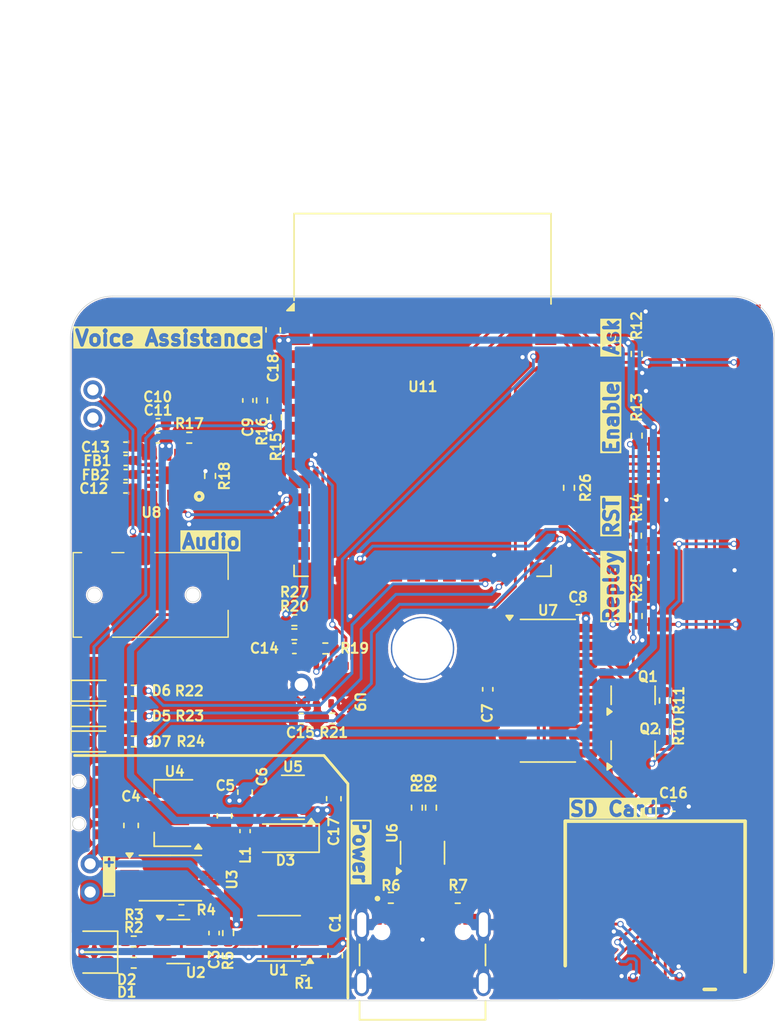
<source format=kicad_pcb>
(kicad_pcb (version 20240108) (generator "pcbnew") (generator_version "8.0")
  (layers (0 "F.Cu" signal) (1 "In1.Cu" signal) (2 "In2.Cu" signal) (31 "B.Cu" signal) (34 "B.Paste" user) (35 "F.Paste" user) (36 "B.SilkS" user "B.Silkscreen") (37 "F.SilkS" user "F.Silkscreen") (38 "B.Mask" user) (39 "F.Mask" user) (44 "Edge.Cuts" user))
  (net 0 "")
  (net 1 "GND")
  (net 2 "+5V")
  (net 3 "Net-(U2-VCC)")
  (net 4 "Net-(U4-VIN)")
  (net 5 "+3V3")
  (net 6 "Net-(U7-V3)")
  (net 7 "/ADC")
  (net 8 "+5V_Audio")
  (net 9 "/SPK+")
  (net 10 "/SPK-")
  (net 11 "Net-(D1-K)")
  (net 12 "Net-(D2-K)")
  (net 13 "Net-(D3-A)")
  (net 14 "Net-(D5-A)")
  (net 15 "Net-(D6-A)")
  (net 16 "Net-(D7-A)")
  (net 17 "Net-(U8-OUTP)")
  (net 18 "Net-(U8-OUTN)")
  (net 19 "/D-")
  (net 20 "Net-(J1-CC2)")
  (net 21 "Net-(J1-CC1)")
  (net 23 "D1+")
  (net 25 "D1-")
  (net 26 "/SPK_SW")
  (net 27 "/Bat+")
  (net 28 "/Bat-")
  (net 29 "Net-(Q1-B)")
  (net 30 "/EN")
  (net 31 "/RTS")
  (net 32 "/UPLOAD")
  (net 33 "Net-(Q2-B)")
  (net 34 "/DTR")
  (net 35 "Net-(U1-PROG)")
  (net 36 "Net-(U1-CHRG#)")
  (net 37 "Net-(U1-STDBY#)")
  (net 38 "Net-(U2-VM)")
  (net 39 "D_N")
  (net 40 "D_P")
  (net 41 "/D+")
  (net 42 "/Buton")
  (net 43 "/SD_AMP")
  (net 44 "/GAIN")
  (net 45 "/SD")
  (net 46 "Net-(U9-EN)")
  (net 47 "/R")
  (net 48 "/G")
  (net 49 "/B")
  (net 50 "/RE_BUTTON")
  (net 51 "/CS")
  (net 52 "Net-(U2-OC)")
  (net 54 "Net-(U2-OD)")
  (net 62 "/TX")
  (net 65 "/RX")
  (net 68 "/LRC")
  (net 69 "/BCLK")
  (net 70 "/DIN")
  (net 73 "/SCK_M")
  (net 74 "/WS")
  (net 76 "/SCK")
  (net 77 "/MISO")
  (net 79 "/MOSI")
  (net 94 "Net-(U9-LR)")
  (footprint "Resistor_SMD:R_0402_1005Metric_Pad0.72x0.64mm_HandSolder" (layer "F.Cu") (at -20.4975 6.6)
    (property "Reference" "R24")
    (property "Value" "330R")
  )
  (footprint "LED_SMD:LED_0603_1608Metric_Pad1.05x0.95mm_HandSolder" (layer "F.Cu") (at -23.3 6.6)
    (property "Reference" "D7")
    (property "Value" "Green")
  )
  (footprint "Resistor_SMD:R_0402_1005Metric_Pad0.72x0.64mm_HandSolder" (layer "F.Cu") (at 0.6 11.3 90)
    (property "Reference" "R9")
    (property "Value" "22R")
  )
  (footprint "Capacitor_SMD:C_0402_1005Metric_Pad0.74x0.62mm_HandSolder" (layer "F.Cu") (at -18.78 -14.94 180)
    (property "Reference" "C11")
    (property "Value" "100nF")
  )
  (footprint "Package_SO:SOP-16_3.9x9.9mm_P1.27mm" (layer "F.Cu") (at 8.9 3)
    (property "Reference" "U7")
    (property "Value" "CH340C")
  )
  (footprint "Capacitor_SMD:C_0402_1005Metric_Pad0.74x0.62mm_HandSolder" (layer "F.Cu") (at 4.63 2.9 -90)
    (property "Reference" "C7")
    (property "Value" "10nF")
  )
  (footprint "Switch:SW_TL3342F160QG_TR" (layer "F.Cu") (at 20 -22)
    (property "Reference" "SW2" (hide yes))
    (property "Value" "SW")
  )
  (footprint "Resistor_SMD:R_0402_1005Metric_Pad0.72x0.64mm_HandSolder" (layer "F.Cu") (at -16.56 -14.95 180)
    (property "Reference" "R17")
    (property "Value" "1M")
  )
  (footprint "Resistor_SMD:R_0402_1005Metric_Pad0.72x0.64mm_HandSolder" (layer "F.Cu") (at -20.5025 22.3 180)
    (property "Reference" "R2")
    (property "Value" "1K")
  )
  (footprint "SD_Card:1040310811" (layer "F.Cu") (at 16.2 18.557)
    (property "Reference" "U10" (hide yes))
    (property "Value" "~" (hide yes))
  )
  (footprint "Resistor_SMD:R_0402_1005Metric_Pad0.72x0.64mm_HandSolder" (layer "F.Cu") (at 15.2 -20.9 90)
    (property "Reference" "R12")
    (property "Value" "10K")
  )
  (footprint "Capacitor_SMD:C_0402_1005Metric_Pad0.74x0.62mm_HandSolder" (layer "F.Cu") (at -12.400001 -17.6 90)
    (property "Reference" "C9")
    (property "Value" "100nF")
  )
  (footprint "Resistor_SMD:R_0402_1005Metric_Pad0.72x0.64mm_HandSolder" (layer "F.Cu") (at 17.2 3.7 -90)
    (property "Reference" "R11")
    (property "Value" "10K")
  )
  (footprint "RF_Module:ESP32-WROOM-32D" (layer "F.Cu") (at 0 -15)
    (property "Reference" "U11")
    (property "Value" "ESP32-WROOM-32D")
  )
  (footprint "Capacitor_SMD:C_0603_1608Metric_Pad1.08x0.95mm_HandSolder" (layer "F.Cu") (at -6.2 21.8 -90)
    (property "Reference" "C1")
    (property "Value" "10uF")
  )
  (footprint "Resistor_SMD:R_0402_1005Metric_Pad0.72x0.64mm_HandSolder" (layer "F.Cu") (at 15.15 -8 90)
    (property "Reference" "R14")
    (property "Value" "10K")
  )
  (footprint "MAX98357AGTE_V+T:MAX98357AGTE_V+T" (layer "F.Cu") (at -17.73 -12.29 180)
    (property "Reference" "U8")
    (property "Value" "MAX98357A" (hide yes))
  )
  (footprint "Package_TO_SOT_SMD:SOT-23" (layer "F.Cu") (at 14.950001 7.222501 90)
    (property "Reference" "Q2")
    (property "Value" "BC847")
  )
  (footprint "Resistor_SMD:R_0402_1005Metric_Pad0.72x0.64mm_HandSolder" (layer "F.Cu") (at -9.1 -2)
    (property "Reference" "R27")
    (property "Value" "0R")
  )
  (footprint "Capacitor_SMD:C_0402_1005Metric_Pad0.74x0.62mm_HandSolder" (layer "F.Cu") (at 11.0325 -2.745001 180)
    (property "Reference" "C8")
    (property "Value" "100nF")
  )
  (footprint "Resistor_SMD:R_0402_1005Metric_Pad0.72x0.64mm_HandSolder" (layer "F.Cu") (at -15.08 -12.24 90)
    (property "Reference" "R18")
    (property "Value" "100K")
  )
  (footprint "Resistor_SMD:R_0402_1005Metric_Pad0.72x0.64mm_HandSolder" (layer "F.Cu") (at -10.4 -16.4 -90)
    (property "Reference" "R15")
    (property "Value" "100K")
  )
  (footprint "Package_SO:TSSOP-8_4.4x3mm_P0.65mm" (layer "F.Cu") (at -17.9 16.295)
    (property "Reference" "U3")
    (property "Value" "FS8205A")
  )
  (footprint "LED_SMD:LED_0603_1608Metric_Pad1.05x0.95mm_HandSolder" (layer "F.Cu") (at -23.3 22.3 180)
    (property "Reference" "D1")
    (property "Value" "Green")
  )
  (footprint "Connector_PinHeader_2.00mm:PinHeader_1x02_P2.00mm_Vertical" (layer "F.Cu") (at -23.4 -18.35)
    (property "Reference" "J2" (hide yes))
    (property "Value" "Speaker")
  )
  (footprint "Capacitor_SMD:C_0402_1005Metric_Pad0.74x0.62mm_HandSolder" (layer "F.Cu") (at -21.09 -14.28)
    (property "Reference" "C13")
    (property "Value" "220pF")
  )
  (footprint "Resistor_SMD:R_0402_1005Metric_Pad0.72x0.64mm_HandSolder" (layer "F.Cu") (at -0.4 11.3 90)
    (property "Reference" "R8")
    (property "Value" "22R")
  )
  (footprint "Inductor_SMD:L_0402_1005Metric_Pad0.77x0.64mm_HandSolder" (layer "F.Cu") (at -12.6 12.962499 -90)
    (property "Reference" "L1")
    (property "Value" "47uH")
  )
  (footprint "Switch:SW_TL3342F160QG_TR" (layer "F.Cu") (at 19.95 -9.3)
    (property "Reference" "SW4" (hide yes))
    (property "Value" "SW")
  )
  (footprint "Resistor_SMD:R_0402_1005Metric_Pad0.72x0.64mm_HandSolder" (layer "F.Cu") (at -11.4 -17.5975 -90)
    (property "Reference" "R16")
    (property "Value" "10K")
  )
  (footprint "Switch:SW_TL3342F160QG_TR" (layer "F.Cu") (at 20 -16.4)
    (property "Reference" "SW3" (hide yes))
    (property "Value" "SW")
  )
  (footprint "Capacitor_SMD:C_0402_1005Metric_Pad0.74x0.62mm_HandSolder" (layer "F.Cu") (at -9.1 0 180)
    (property "Reference" "C14")
    (property "Value" "100nF")
  )
  (footprint "Resistor_SMD:R_0402_1005Metric_Pad0.72x0.64mm_HandSolder" (layer "F.Cu") (at 2.5 17.7)
    (property "Reference" "R7")
    (property "Value" "5.1K")
  )
  (footprint "Resistor_SMD:R_0402_1005Metric_Pad0.72x0.64mm_HandSolder" (layer "F.Cu") (at 15.2 -2.3 90)
    (property "Reference" "R25")
    (property "Value" "10K")
  )
  (footprint "Capacitor_SMD:C_0402_1005Metric_Pad0.74x0.62mm_HandSolder" (layer "F.Cu") (at -21.09 -11.39)
    (property "Reference" "C12")
    (property "Value" "200pF")
  )
  (footprint "Capacitor_SMD:C_0402_1005Metric_Pad0.74x0.62mm_HandSolder" (layer "F.Cu") (at -8.6 4.970001 180)
    (property "Reference" "C15")
    (property "Value" "100nF")
  )
  (footprint "LED_SMD:LED_0603_1608Metric_Pad1.05x0.95mm_HandSolder" (layer "F.Cu") (at -23.3 4.8)
    (property "Reference" "D5")
    (property "Value" "Green")
  )
  (footprint "Resistor_SMD:R_0402_1005Metric_Pad0.72x0.64mm_HandSolder" (layer "F.Cu") (at -20.5 3)
    (property "Reference" "R22")
    (property "Value" "330R")
  )
  (footprint "Resistor_SMD:R_0402_1005Metric_Pad0.72x0.64mm_HandSolder" (layer "F.Cu") (at -6.9 0 180)
    (property "Reference" "R19")
    (property "Value" "100K")
  )
  (footprint "LED_SMD:LED_0603_1608Metric_Pad1.05x0.95mm_HandSolder" (layer "F.Cu") (at -23.3 20.8 180)
    (property "Reference" "D2")
    (property "Value" "Red")
  )
  (footprint "Capacitor_SMD:C_0603_1608Metric_Pad1.08x0.95mm_HandSolder" (layer "F.Cu") (at -14.059999 11.88 -90)
    (property "Reference" "C5")
    (property "Value" "10uF")
  )
  (footprint "Resistor_SMD:R_0402_1005Metric_Pad0.72x0.64mm_HandSolder" (layer "F.Cu") (at -20.5025 4.8)
    (property "Reference" "R23")
    (property "Value" "330R")
  )
  (footprint "Package_TO_SOT_SMD:SOT-23-6" (layer "F.Cu") (at 0 14.5 90)
    (property "Reference" "U6")
    (property "Value" "USBLC6-2SC6")
  )
  (footprint "Resistor_SMD:R_0402_1005Metric_Pad0.72x0.64mm_HandSolder" (layer "F.Cu") (at -6.4 4.970001 180)
    (property "Reference" "R21")
    (property "Value" "10K")
  )
  (footprint "LED_SMD:LED_0603_1608Metric_Pad1.05x0.95mm_HandSolder" (layer "F.Cu") (at -23.285001 3)
    (property "Reference" "D6")
    (property "Value" "Red")
  )
  (footprint "Package_TO_SOT_SMD:SOT-23-6" (layer "F.Cu") (at -17.3375 20.8)
    (property "Reference" "U2")
    (property "Value" "DW01A")
  )
  (footprint "Connector_PinHeader_2.00mm:PinHeader_1x02_P2.00mm_Vertical" (layer "F.Cu") (at -23.6 17.29 180)
    (property "Reference" "J4" (hide yes))
    (property "Value" "Battery")
  )
  (footprint "Resistor_SMD:R_0402_1005Metric_Pad0.72x0.64mm_HandSolder" (layer "F.Cu") (at -20.5 20.8 180)
    (property "Reference" "R3")
    (property "Value" "1K")
  )
  (footprint "Capacitor_SMD:C_0402_1005Metric_Pad0.74x0.62mm_HandSolder" (layer "F.Cu") (at 17.8 11.2)
    (property "Reference" "C16")
    (property "Value" "100nF")
  )
  (footprint "Resistor_SMD:R_0402_1005Metric_Pad0.72x0.64mm_HandSolder" (layer "F.Cu") (at 15.2 -15.1 90)
    (property "Reference" "R13")
    (property "Value" "10K")
  )
  (footprint "INMP441:INMP441" (layer "F.Cu") (at -5.44 1.24 180)
    (property "Reference" "U9")
    (property "Value" "INMP441" (hide yes))
  )
  (footprint "Package_TO_SOT_SMD:SOT-23" (layer "F.Cu") (at 14.950001 3.3225 90)
    (property "Reference" "Q1")
    (property "Value" "BC847")
  )
  (footprint "Resistor_SMD:R_0402_1005Metric_Pad0.72x0.64mm_HandSolder" (layer "F.Cu") (at -17.12 18.56 180)
    (property "Reference" "R4")
    (property "Value" "1K")
  )
  (footprint "Diode_SMD:D_SOD-123" (layer "F.Cu") (at -9.699999 13.4625 180)
    (property "Reference" "D3")
    (property "Value" "DSS14")
  )
  (footprint "Resistor_SMD:R_0402_1005Metric_Pad0.72x0.64mm_HandSolder" (layer "F.Cu") (at -9.1 -1 180)
    (property "Reference" "R20")
    (property "Value" "100K")
  )
  (footprint "MK-12C03-G015:MK-12C03-G015" (layer "F.Cu") (at -26.647499 10.94 -90)
    (property "Reference" "SW1" (hide yes))
    (property "Value" "SW")
    (fp_circle (center -1.5 -2.25) (end -1.05 -2.25) (stroke (width 0.05)) (fill none) (layer "Edge.Cuts"))
    (fp_circle (center 1.5 -2.25) (end 1.95 -2.25) (stroke (width 0.05)) (fill none) (layer "Edge.Cuts"))
  )
  (footprint "Resistor_SMD:R_0402_1005Metric_Pad0.72x0.64mm_HandSolder" (layer "F.Cu") (at -13.8 20.2 90)
    (property "Reference" "R5")
    (property "Value" "100R")
  )
  (footprint "Capacitor_SMD:C_0603_1608Metric_Pad1.08x0.95mm_HandSolder" (layer "F.Cu") (at -10.6 -22.6 90)
    (property "Reference" "C18")
    (property "Value" "100nF")
  )
  (footprint "Inductor_SMD:L_0402_1005Metric_Pad0.77x0.64mm_HandSolder" (layer "F.Cu") (at -21.08 -12.340001 180)
    (property "Reference" "FB2")
    (property "Value" "FerriteBead")
  )
  (footprint "Capacitor_SMD:C_0603_1608Metric_Pad1.08x0.95mm_HandSolder" (layer "F.Cu") (at -20.69 12.56 -90)
    (property "Reference" "C4")
    (property "Value" "10uF")
  )
  (footprint "Resistor_SMD:R_0402_1005Metric_Pad0.72x0.64mm_HandSolder" (layer "F.Cu") (at -2.25 17.7 180)
    (property "Reference" "R6")
    (property "Value" "5.1K")
  )
  (footprint "Inductor_SMD:L_0402_1005Metric_Pad0.77x0.64mm_HandSolder" (layer "F.Cu") (at -21.079999 -13.34 180)
    (property "Reference" "FB1")
    (property "Value" "FerriteBead")
  )
  (footprint "MountingHole:MountingHole_4.3mm_M4_Pad" (layer "F.Cu") (at 0 0)
    (property "Reference" "H1" (hide yes))
    (property "Value" "MountingHole")
  )
  (footprint "Resistor_SMD:R_0402_1005Metric_Pad0.72x0.64mm_HandSolder" (layer "F.Cu") (at 17.2 5.9 90)
    (property "Reference" "R10")
    (property "Value" "10K")
  )
  (footprint "Package_TO_SOT_SMD:SOT-89-3" (layer "F.Cu") (at -17.69 11.68 180)
    (property "Reference" "U4")
    (property "Value" "HT7833")
  )
  (footprint "Capacitor_SMD:C_0603_1608Metric_Pad1.08x0.95mm_HandSolder" (layer "F.Cu") (at -12.6 10.199999 90)
    (property "Reference" "C6")
    (property "Value" "10uF")
  )
  (footprint "Resistor_SMD:R_0402_1005Metric_Pad0.72x0.64mm_HandSolder" (layer "F.Cu") (at -8.43 22.83 180)
    (property "Reference" "R1")
    (property "Value" "1K")
  )
  (footprint "Capacitor_SMD:C_0402_1005Metric_Pad0.74x0.62mm_HandSolder" (layer "F.Cu") (at -14.8 20.2 90)
    (property "Reference" "C3")
    (property "Value" "10uF")
  )
  (footprint "Capacitor_SMD:C_0402_1005Metric_Pad0.74x0.62mm_HandSolder" (layer "F.Cu") (at -18.78 -15.94 180)
    (property "Reference" "C10")
    (property "Value" "10uF")
  )
  (footprint "Package_TO_SOT_SMD:SOT-23-3" (layer "F.Cu") (at -9.2 10.5625 180)
    (property "Reference" "U5")
    (property "Value" "CE8301A")
  )
  (footprint "Resistor_SMD:R_0402_1005Metric_Pad0.72x0.64mm_HandSolder" (layer "F.Cu") (at 10.4 -11.4 -90)
    (property "Reference" "R26")
    (property "Value" "10K")
  )
  (footprint "Type_c_19Pin:KINGHELM_KH-TYPE-C-16P" (layer "F.Cu") (at 0 23.75)
    (property "Reference" "J1" (hide yes))
    (property "Value" "KH-TYPE-C-16P")
  )
  (footprint "Switch:SW_TL3342F160QG_TR" (layer "F.Cu") (at 20 -3.6)
    (property "Reference" "SW5" (hide yes))
    (property "Value" "SW")
  )
  (footprint "Capacitor_SMD:C_0603_1608Metric" (layer "F.Cu") (at -6.300001 10.6625 90)
    (property "Reference" "C17")
    (property "Value" "10uF")
  )
  (footprint "SJ-2504A-SMT-TR:STX-3542-5N-G-TR" (layer "F.Cu") (at -24.8 -3.8)
    (property "Reference" "J3" (hide yes))
    (property "Value" "STX-3542-5N-G-TR" (hide yes))
    (fp_circle (center 1.5 0) (end 2 0) (stroke (width 0.05)) (fill none) (layer "Edge.Cuts"))
    (fp_circle (center 8.5 0) (end 9 0) (stroke (width 0.05)) (fill none) (layer "Edge.Cuts"))
  )
  (footprint "Package_SO:MSOP-8-1EP_3x3mm_P0.65mm_EP1.68x1.88mm" (layer "F.Cu") (at -10.18 20.57 180)
    (property "Reference" "U1")
    (property "Value" "TP4056M")
  )
  (gr_line (start -7 7.6) (end -5.3 9.6) (stroke (width 0.2)) (layer "F.SilkS"))
  (gr_line (start -5.3 9.6) (end -5.3 24.8) (stroke (width 0.2)) (layer "F.SilkS"))
  (gr_line (start -24.7 7.6) (end -7 7.6) (stroke (width 0.2)) (layer "F.SilkS"))
  (gr_line (start -25 22) (end -25 -22) (stroke (width 0.05)) (layer "Edge.Cuts"))
  (gr_line (start 25 -22) (end 25 22) (stroke (width 0.05)) (layer "Edge.Cuts"))
  (gr_line (start 22 25) (end -22 25) (stroke (width 0.05)) (layer "Edge.Cuts"))
  (gr_arc (start 25 22) (mid 24.12132 24.12132) (end 22 25) (stroke (width 0.05)) (layer "Edge.Cuts"))
  (gr_arc (start -22 25) (mid -24.12132 24.12132) (end -25 22) (stroke (width 0.05)) (layer "Edge.Cuts"))
  (gr_line (start -22 -25) (end 22 -25) (stroke (width 0.05)) (layer "Edge.Cuts"))
  (gr_arc (start 22 -25) (mid 24.12132 -24.12132) (end 25 -22) (stroke (width 0.05)) (layer "Edge.Cuts"))
  (gr_arc (start -25 -22) (mid -24.12132 -24.12132) (end -22 -25) (stroke (width 0.05)) (layer "Edge.Cuts"))
  (gr_text "Enable" (at 14 -13.7 90) (layer "F.SilkS" knockout) (effects (font (size 1 1) (thickness 0.25) (bold yes)) (justify left bottom)))
  (gr_text "Ask" (at 14 -20.7 90) (layer "F.SilkS" knockout) (effects (font (size 1 1) (thickness 0.25) (bold yes)) (justify left bottom)))
  (gr_text "RST" (at 14 -7.8 90) (layer "F.SilkS" knockout) (effects (font (size 1 1) (thickness 0.25) (bold yes)) (justify left bottom)))
  (gr_text "Voice Assistance" (at -24.8 -21.4 0) (layer "F.SilkS" knockout) (effects (font (size 1.05 1.05) (thickness 0.2625) (bold yes)) (justify left bottom)))
  (gr_text "SD Card" (at 10.32 11.98 0) (layer "F.SilkS" knockout) (effects (font (size 1 1) (thickness 0.25) (bold yes)) (justify left bottom)))
  (gr_text "Power" (at -5 12 -90) (layer "F.SilkS" knockout) (effects (font (size 1 1) (thickness 0.25) (bold yes)) (justify left bottom)))
  (gr_text "+\n\n-" (at -22.8 17.8 0) (layer "F.SilkS" knockout) (effects (font (size 0.7 0.7) (thickness 0.175) (bold yes)) (justify left bottom)))
  (gr_text "Audio" (at -17.2 -7 0) (layer "F.SilkS" knockout) (effects (font (size 1 1) (thickness 0.25) (bold yes)) (justify left bottom)))
  (gr_text "Replay" (at 14 -1.7 90) (layer "F.SilkS" knockout) (effects (font (size 1 1) (thickness 0.25) (bold yes)) (justify left bottom)))
  (segment (start 3.2 19.025) (end 3.745 19.025) (width 0.381) (layer "F.Cu") (net 1))
  (segment (start -17.48 -10.84) (end -17.48 -12.04) (width 0.2032) (layer "F.Cu") (net 1))
  (segment (start -15.3375 -12.58) (end -15.08 -12.8375) (width 0.2032) (layer "F.Cu") (net 1))
  (segment (start -3.775 19.6) (end -3.2 19.025) (width 0.381) (layer "F.Cu") (net 1))
  (segment (start -17.73 -12.29) (end -17.21 -12.29) (width 0.381) (layer "F.Cu") (net 1))
  (segment (start -17.98 -12.04) (end -17.73 -12.29) (width 0.381) (layer "F.Cu") (net 1))
  (segment (start -17.21 -12.29) (end -16.96 -12.54) (width 0.381) (layer "F.Cu") (net 1))
  (segment (start -3.2 18.5) (end -2.8475 18.1475) (width 0.381) (layer "F.Cu") (net 1))
  (segment (start 0 15.6375) (end 0 15) (width 0.254) (layer "F.Cu") (net 1))
  (segment (start -15.41 -12.58) (end -15.45 -12.54) (width 0.2032) (layer "F.Cu") (net 1))
  (segment (start -4.32 19.6) (end -3.775 19.6) (width 0.381) (layer "F.Cu") (net 1))
  (segment (start -2.8475 18.1475) (end -2.8475 17.7) (width 0.381) (layer "F.Cu") (net 1))
  (segment (start -15.45 -12.54) (end -16.28 -12.54) (width 0.2032) (layer "F.Cu") (net 1))
  (segment (start -15.41 -12.58) (end -15.3375 -12.58) (width 0.2032) (layer "F.Cu") (net 1))
  (segment (start -3.2 19.025) (end -3.2 18.5) (width 0.381) (layer "F.Cu") (net 1))
  (segment (start 0 15) (end -0.3 14.7) (width 0.254) (layer "F.Cu") (net 1))
  (segment (start -17.48 -12.04) (end -17.73 -12.29) (width 0.2032) (layer "F.Cu") (net 1))
  (segment (start -10.6 -23.4625) (end -8.9625 -23.4625) (width 0.508) (layer "F.Cu") (net 1))
  (segment (start -0.3 14.7) (end -0.4 14.6) (width 0.254) (layer "F.Cu") (net 1))
  (segment (start -19.18 -12.04) (end -17.98 -12.04) (width 0.381) (layer "F.Cu") (net 1))
  (segment (start -0.4 14.6) (end -2.1 14.6) (width 0.254) (layer "F.Cu") (net 1))
  (segment (start -16.96 -12.54) (end -16.28 -12.54) (width 0.381) (layer "F.Cu") (net 1))
  (segment (start -8.9625 -23.4625) (end -8.75 -23.25) (width 0.508) (layer "F.Cu") (net 1))
  (segment (start 3.745 19.025) (end 4.32 19.6) (width 0.381) (layer "F.Cu") (net 1))
  (via (at 15.6 -0.58) (size 0.45) (drill 0.3) (layers "F.Cu" "B.Cu") (net 1))
  (via (at 15.84 -23.91) (size 0.6) (drill 0.3) (layers "F.Cu" "B.Cu") (net 1))
  (via (at -15.41 -12.58) (size 0.45) (drill 0.3) (layers "F.Cu" "B.Cu") (net 1))
  (via (at 15.86 -18.27) (size 0.6) (drill 0.3) (layers "F.Cu" "B.Cu") (net 1))
  (via (at 15.59 -19.55) (size 0.45) (drill 0.3) (layers "F.Cu" "B.Cu") (net 1))
  (via (at 22.15 -5.55) (size 0.6) (drill 0.3) (layers "F.Cu" "B.Cu") (net 1))
  (via (at 14.13 23.25) (size 0.45) (drill 0.3) (layers "F.Cu" "B.Cu") (net 1))
  (via (at 13.58 20.09) (size 0.45) (drill 0.3) (layers "F.Cu" "B.Cu") (net 1))
  (via (at 18.9 11.22) (size 0.6) (drill 0.3) (layers "F.Cu" "B.Cu") (net 1))
  (via (at -5.13 -2.3) (size 0.45) (drill 0.3) (layers "F.Cu" "B.Cu") (net 1))
  (via (at 5.08 -6.63) (size 0.45) (drill 0.3) (layers "F.Cu" "B.Cu") (net 1))
  (via (at 0 20.66) (size 0.6) (drill 0.3) (layers "F.Cu" "B.Cu") (net 1))
  (via (at -10.12 -11.01) (size 0.45) (drill 0.3) (layers "F.Cu" "B.Cu") (net 1))
  (via (at 18.18 22.57) (size 0.45) (drill 0.3) (layers "F.Cu" "B.Cu") (net 1))
  (via (at -16.57 -8.81) (size 0.45) (drill 0.3) (layers "F.Cu" "B.Cu") (net 1))
  (via (at 7.1 -20.67) (size 0.45) (drill 0.3) (layers "F.Cu" "B.Cu") (net 1))
  (via (at 17.31 -10.54) (size 0.6) (drill 0.3) (layers "F.Cu" "B.Cu") (net 1))
  (via (at -7.62 -13.76) (size 0.45) (drill 0.3) (layers "F.Cu" "B.Cu") (net 1))
  (via (at 10.41 -7.34) (size 0.45) (drill 0.3) (layers "F.Cu" "B.Cu") (net 1))
  (segment (start 1.27 21.4) (end -1.58 21.4) (width 0.508) (layer "F.Cu") (net 2))
  (segment (start -2.4 19.51) (end -2.1 19.81) (width 0.2032) (layer "F.Cu") (net 2))
  (segment (start -2 20.97) (end -2 20.98) (width 0.508) (layer "F.Cu") (net 2))
  (segment (start 2.4 19.025) (end 2.4 18.4) (width 0.254) (layer "F.Cu") (net 2))
  (segment (start -2.4 19.025) (end -2.4 19.51) (width 0.2032) (layer "F.Cu") (net 2))
  (segment (start -2 20.97) (end -2 20.29) (width 0.508) (layer "F.Cu") (net 2))
  (segment (start 1.92 20.02) (end 2.4 19.54) (width 0.254) (layer "F.Cu") (net 2))
  (segment (start -24.17 21.51) (end -24.17 20.804999) (width 0.508) (layer "F.Cu") (net 2))
  (segment (start 1.92 20.75) (end 1.27 21.4) (width 0.508) (layer "F.Cu") (net 2))
  (segment (start -5.272501 20.937499) (end -5.642501 20.937499) (width 0.508) (layer "F.Cu") (net 2))
  (segment (start -5.642501 20.937499) (end -5.65 20.93) (width 0.508) (layer "F.Cu") (net 2))
  (segment (start -5.65 20.93) (end -5.657499 20.937499) (width 0.508) (layer "F.Cu") (net 2))
  (segment (start 1.92 20.39) (end 1.92 20.75) (width 0.508) (layer "F.Cu") (net 2))
  (segment (start 2.4 19.54) (end 2.4 19.025) (width 0.254) (layer "F.Cu") (net 2))
  (segment (start -2 19.91) (end -2 20.29) (width 0.381) (layer "F.Cu") (net 2))
  (segment (start -2 20.98) (end -2.42 21.4) (width 0.508) (layer "F.Cu") (net 2))
  (segment (start -4.81 21.4) (end -5.272501 20.937499) (width 0.508) (layer "F.Cu") (net 2))
  (segment (start 2.5 18.3) (end 2.5 15.51) (width 0.254) (layer "F.Cu") (net 2))
  (segment (start -2.1 19.81) (end -2 19.91) (width 0.381) (layer "F.Cu") (net 2))
  (segment (start 1.33 14.34) (end 0.44 14.34) (width 0.254) (layer "F.Cu") (net 2))
  (segment (start 1.92 20.39) (end 1.92 20.02) (width 0.381) (layer "F.Cu") (net 2))
  (segment (start -2 21.4) (end -2 20.97) (width 0.508) (layer "F.Cu") (net 2))
  (segment (start -12.33 21.545001) (end -12.33 21.88) (width 0.254) (layer "F.Cu") (net 2))
  (segment (start -2.42 21.4) (end -4.81 21.4) (width 0.508) (layer "F.Cu") (net 2))
  (segment (start 0 13.9) (end 0 13.3625) (width 0.254) (layer "F.Cu") (net 2))
  (segment (start -24.17 20.804999) (end -24.174999 20.8) (width 0.508) (layer "F.Cu") (net 2))
  (segment (start -1.58 21.4) (end -2.42 21.4) (width 0.508) (layer "F.Cu") (net 2))
  (segment (start 2.5 15.51) (end 1.33 14.34) (width 0.254) (layer "F.Cu") (net 2))
  (segment (start 0.44 14.34) (end 0 13.9) (width 0.254) (layer "F.Cu") (net 2))
  (segment (start 2.4 18.4) (end 2.5 18.3) (width 0.254) (layer "F.Cu") (net 2))
  (segment (start -2 20.98) (end -1.58 21.4) (width 0.508) (layer "F.Cu") (net 2))
  (segment (start -24.17 22.295001) (end -24.174999 22.3) (width 0.508) (layer "F.Cu") (net 2))
  (segment (start -24.17 21.51) (end -24.17 22.295001) (width 0.508) (layer "F.Cu") (net 2))
  (segment (start -5.657499 20.937499) (end -6.2 20.937499) (width 0.508) (layer "F.Cu") (net 2))
  (via (at -24.17 21.51) (size 0.45) (drill 0.3) (layers "F.Cu" "B.Cu") (net 2))
  (via (at -5.65 20.93) (size 0.45) (drill 0.3) (layers "F.Cu" "B.Cu") (net 2))
  (via (at -12.33 21.88) (size 0.45) (drill 0.3) (layers "F.Cu" "B.Cu") (net 2))
  (segment (start -13 21.51) (end -14.37 21.51) (width 0.508) (layer "B.Cu") (net 2))
  (segment (start -12.35 21.51) (end -13 21.51) (width 0.508) (layer "B.Cu") (net 2))
  (segment (start -5.65 20.93) (end -6.23 21.51) (width 0.508) (layer "B.Cu") (net 2))
  (segment (start -11.95 21.51) (end -12.35 21.51) (width 0.508) (layer "B.Cu") (net 2))
  (segment (start -12.35 21.51) (end -12.35 21.86) (width 0.508) (layer "B.Cu") (net 2))
  (segment (start -13 21.51) (end -12.7 21.51) (width 0.508) (layer "B.Cu") (net 2))
  (segment (start -11.95 21.51) (end -11.96 21.51) (width 0.508) (layer "B.Cu") (net 2))
  (segment (start -12.7 21.51) (end -12.33 21.88) (width 0.508) (layer "B.Cu") (net 2))
  (segment (start -14.37 21.51) (end -24.17 21.51) (width 0.508) (layer "B.Cu") (net 2))
  (segment (start -11.96 21.51) (end -12.33 21.88) (width 0.508) (layer "B.Cu") (net 2))
  (segment (start -12.35 21.86) (end -12.33 21.88) (width 0.508) (layer "B.Cu") (net 2))
  (segment (start -6.23 21.51) (end -11.95 21.51) (width 0.508) (layer "B.Cu") (net 2))
  (segment (start -14.8325 20.8) (end -14.8 20.7675) (width 0.508) (layer "F.Cu") (net 3))
  (segment (start -14.8 20.7675) (end -13.83 20.7675) (width 0.508) (layer "F.Cu") (net 3))
  (segment (start -13.83 20.7675) (end -13.8 20.7975) (width 0.508) (layer "F.Cu") (net 3))
  (segment (start -16.2 20.8) (end -14.8325 20.8) (width 0.508) (layer "F.Cu") (net 3))
  (segment (start -15.845 11.697499) (end -15.827501 11.68) (width 0.508) (layer "F.Cu") (net 4))
  (segment (start -20.69 11.697499) (end -15.845 11.697499) (width 0.508) (layer "F.Cu") (net 4))
  (segment (start -20.697499 11.69) (end -20.69 11.697499) (width 0.508) (layer "F.Cu") (net 4))
  (segment (start -22.647499 11.69) (end -20.697499 11.69) (width 0.508) (layer "F.Cu") (net 4))
  (segment (start -6.9975 4.9625) (end -7.47 4.49) (width 0.508) (layer "F.Cu") (net 5))
  (segment (start -7.47 3.97) (end -7.47 4.49) (width 0.508) (layer "F.Cu") (net 5))
  (segment (start 16.68 12.1005) (end 16.68 22.12) (width 0.254) (layer "F.Cu") (net 5))
  (segment (start 16.3875 -8.5975) (end 16.39 -8.6) (width 0.2032) (layer "F.Cu") (net 5))
  (segment (start -10.15 -21.85) (end -10.02 -21.98) (width 0.508) (layer "F.Cu") (net 5))
  (segment (start -7.47 4.970001) (end -6.9975 4.970001) (width 0.508) (layer "F.Cu") (net 5))
  (segment (start -9.6975 -2.4275) (end -9.7 -2.43) (width 0.254) (layer "F.Cu") (net 5))
  (segment (start -9.53 -21.88) (end -9.92 -21.88) (width 0.508) (layer "F.Cu") (net 5))
  (segment (start 17.2605 11.228) (end 17.2325 11.2) (width 0.381) (layer "F.Cu") (net 5))
  (segment (start 11.6 -1.645001) (end 11.4 -1.445001) (width 0.508) (layer "F.Cu") (net 5))
  (segment (start 11.6 -2.12) (end 11.6 -1.645001) (width 0.508) (layer "F.Cu") (net 5))
  (segment (start -8.0325 4.970001) (end -7.47 4.970001) (width 0.508) (layer "F.Cu") (net 5))
  (segment (start -7.47 5.99) (end -7.48 6) (width 0.508) (layer "F.Cu") (net 5))
  (segment (start -8.0325 4.970001) (end -7.950001 4.970001) (width 0.508) (layer "F.Cu") (net 5))
  (segment (start 16.68 22.12) (end 16.038 22.762) (width 0.254) (layer "F.Cu") (net 5))
  (segment (start -10.2625 -21.7375) (end -10.15 -21.85) (width 0.508) (layer "F.Cu") (net 5))
  (segment (start 11.6 -2.745001) (end 11.6 -2.12) (width 0.508) (layer "F.Cu") (net 5))
  (segment (start 15.2025 -15.7) (end 15.2 -15.6975) (width 0.2032) (layer "F.Cu") (net 5))
  (segment (start 10.4 -9.12) (end 10.9225 -8.5975) (width 0.254) (layer "F.Cu") (net 5))
  (segment (start 15.15 -8.5975) (end 16.3875 -8.5975) (width 0.254) (layer "F.Cu") (net 5))
  (segment (start -10.6 -21.7375) (end -9.6725 -21.7375) (width 0.508) (layer "F.Cu") (net 5))
  (segment (start 14.6 -21.68) (end 15.0175 -21.68) (width 0.381) (layer "F.Cu") (net 5))
  (segment (start -10.6 -21.7375) (end -10.2625 -21.7375) (width 0.508) (layer "F.Cu") (net 5))
  (segment (start 10.9225 -8.5975) (end 15.15 -8.5975) (width 0.254) (layer "F.Cu") (net 5))
  (segment (start 15.2 -2.8975) (end 16.3775 -2.8975) (width 0.254) (layer "F.Cu") (net 5))
  (segment (start -7.56 5.442501) (end -8.0325 4.970001) (width 0.508) (layer "F.Cu") (net 5))
  (segment (start -7.47 5.53) (end -7.47 5.99) (width 0.508) (layer "F.Cu") (net 5))
  (segment (start 16.39 -15.7) (end 15.2025 -15.7) (width 0.254) (layer "F.Cu") (net 5))
  (segment (start -7.47 4.970001) (end -7.47 5.53) (width 0.508) (layer "F.Cu") (net 5))
  (segment (start 17.2605 11.52) (end 16.68 12.1005) (width 0.254) (layer "F.Cu") (net 5))
  (segment (start -9.92 -21.88) (end -10.02 -21.98) (width 0.508) (layer "F.Cu") (net 5))
  (segment (start -7.47 5.442501) (end -6.9975 4.970001) (width 0.508) (layer "F.Cu") (net 5))
  (segment (start -7.54 3.9) (end -7.47 3.97) (width 0.508) (layer "F.Cu") (net 5))
  (segment (start 16.3775 -2.8975) (end 16.38 -2.9) (width 0.2032) (layer "F.Cu") (net 5))
  (segment (start -9.6725 -21.7375) (end -9.53 -21.88) (width 0.508) (layer "F.Cu") (net 5))
  (segment (start 16.038 22.762) (end 16.038 23.894) (width 0.254) (layer "F.Cu") (net 5))
  (segment (start -7.950001 4.970001) (end -7.47 4.49) (width 0.508) (layer "F.Cu") (net 5))
  (segment (start -7.47 5.442501) (end -7.56 5.442501) (width 0.508) (layer "F.Cu") (net 5))
  (segment (start -7.47 4.49) (end -7.47 4.970001) (width 0.508) (layer "F.Cu") (net 5))
  (segment (start -9.6975 -2) (end -9.6975 -2.4275) (width 0.254) (layer "F.Cu") (net 5))
  (segment (start 10.4 -10.8025) (end 10.4 -9.12) (width 0.254) (layer "F.Cu") (net 5))
  (segment (start -7.47 5.53) (end -7.47 5.442501) (width 0.508) (layer "F.Cu") (net 5))
  (segment (start -10.02 -21.98) (end -8.75 -21.98) (width 0.508) (layer "F.Cu") (net 5))
  (segment (start -6.9975 4.970001) (end -6.9975 4.9625) (width 0.508) (layer "F.Cu") (net 5))
  (segment (start 17.2605 11.52) (end 17.2605 11.228) (width 0.381) (layer "F.Cu") (net 5))
  (segment (start 15.0175 -21.68) (end 15.2 -21.4975) (width 0.381) (layer "F.Cu") (net 5))
  (via (at -9.53 -21.88) (size 0.6) (drill 0.3) (layers "F.Cu" "B.Cu") (net 5))
  (via (at 17.2605 11.52) (size 0.6) (drill 0.3) (layers "F.Cu" "B.Cu") (net 5))
  (via (at 16.39 -8.6) (size 0.45) (drill 0.3) (layers "F.Cu" "B.Cu") (net 5))
  (via (at -10.15 -21.85) (size 0.6) (drill 0.3) (layers "F.Cu" "B.Cu") (net 5))
  (via (at -9.7 -2.43) (size 0.45) (drill 0.3) (layers "F.Cu" "B.Cu") (net 5))
  (via (at 11.6 -2.12) (size 0.6) (drill 0.3) (layers "F.Cu" "B.Cu") (net 5))
  (via (at -13 10.8) (size 0.6) (drill 0.3) (layers "F.Cu" "B.Cu") (net 5))
  (via (at 16.38 -2.9) (size 0.45) (drill 0.3) (layers "F.Cu" "B.Cu") (net 5))
  (via (at 14.6 -21.68) (size 0.45) (drill 0.3) (layers "F.Cu" "B.Cu") (net 5))
  (via (at 16.39 -15.7) (size 0.45) (drill 0.3) (layers "F.Cu" "B.Cu") (net 5))
  (via (at -7.48 6) (size 0.6) (drill 0.3) (layers "F.Cu" "B.Cu") (net 5))
  (via (at -13.7 10.8) (size 0.6) (drill 0.3) (layers "F.Cu" "B.Cu") (net 5))
  (segment (start -8.36 -3.77) (end -9.7 -2.43) (width 0.508) (layer "B.Cu") (net 5))
  (segment (start -9.84 -21.85) (end -10.15 -21.85) (width 0.508) (layer "B.Cu") (net 5))
  (segment (start 11.6 1.68) (end 11.6 1.18) (width 0.508) (layer "B.Cu") (net 5))
  (segment (start -12.65 9.75) (end -11.95 9.75) (width 0.508) (layer "B.Cu") (net 5))
  (segment (start -7.48 6) (end 10.91 6) (width 0.508) (layer "B.Cu") (net 5))
  (segment (start 11.6 5.41) (end 11.6 2.46) (width 0.508) (layer "B.Cu") (net 5))
  (segment (start 12.38 1.68) (end 11.6 2.46) (width 0.508) (layer "B.Cu") (net 5))
  (segment (start 11.01 6) (end 11.06 6) (width 0.508) (layer "B.Cu") (net 5))
  (segment (start -13.7 10.8) (end -13.3 10.8) (width 0.508) (layer "B.Cu") (net 5))
  (segment (start 14.6 -21.68) (end 14.4 -21.88) (width 0.508) (layer "B.Cu") (net 5))
  (segment (start -9.81 -20.92) (end -9.53 -20.64) (width 0.508) (layer "B.Cu") (net 5))
  (segment (start 10.91 6) (end 11.01 6) (width 0.508) (layer "B.Cu") (net 5))
  (segment (start 11.01 6) (end 11.6 5.41) (width 0.508) (layer "B.Cu") (net 5))
  (segment (start 14.81 -17.28) (end 16.39 -15.7) (width 0.508) (layer "B.Cu") (net 5))
  (segment (start 14.81 -21.47) (end 14.81 -17.28) (width 0.508) (layer "B.Cu") (net 5))
  (segment (start -9.53 -21.88) (end -9.56 -21.85) (width 0.508) (layer "B.Cu") (net 5))
  (segment (start -9.53 -21.88) (end -9.53 -20.62) (width 0.508) (layer "B.Cu") (net 5))
  (segment (start 11.6 5.96) (end 11.6 5.41) (width 0.508) (layer "B.Cu") (net 5))
  (segment (start -8.36 -11.45) (end -8.36 -3.77) (width 0.508) (layer "B.Cu") (net 5))
  (segment (start -9.53 -20.62) (end -9.53 -12.62) (width 0.508) (layer "B.Cu") (net 5))
  (segment (start -13.7 10.8) (end -12.65 9.75) (width 0.508) (layer "B.Cu") (net 5))
  (segment (start -8.2 6) (end -7.48 6) (width 0.508) (layer "B.Cu") (net 5))
  (segment (start -9.56 -21.85) (end -9.84 -21.85) (width 0.508) (layer "B.Cu") (net 5))
  (segment (start 11.6 6.54) (end 11.6 5.96) (width 0.508) (layer "B.Cu") (net 5))
  (segment (start -13.3 10.8) (end -13 10.8) (width 0.508) (layer "B.Cu") (net 5))
  (segment (start 16.39 -2.91) (end 16.39 -0.12) (width 0.508) (layer "B.Cu") (net 5))
  (segment (start -9.53 -20.64) (end -9.53 -20.62) (width 0.508) (layer "B.Cu") (net 5))
  (segment (start 12.44 1.68) (end 12.38 1.68) (width 0.508) (layer "B.Cu") (net 5))
  (segment (start 14.59 1.68) (end 12.44 1.68) (width 0.508) (layer "B.Cu") (net 5))
  (segment (start 10.91 6) (end 11.56 6) (width 0.508) (layer "B.Cu") (net 5))
  (segment (start 16.39 -2.91) (end 16.38 -2.9) (width 0.381) (layer "B.Cu") (net 5))
  (segment (start 14.4 -21.88) (end -9.53 -21.88) (width 0.508) (layer "B.Cu") (net 5))
  (segment (start -9.84 -21.85) (end -9.84 -20.95) (width 0.508) (layer "B.Cu") (net 5))
  (segment (start 12.1 1.68) (end 11.6 1.18) (width 0.508) (layer "B.Cu") (net 5))
  (segment (start 12.44 1.68) (end 11.6 1.68) (width 0.508) (layer "B.Cu") (net 5))
  (segment (start -10.15 -21.26) (end -9.81 -20.92) (width 0.508) (layer "B.Cu") (net 5))
  (segment (start 16.39 -0.12) (end 14.59 1.68) (width 0.508) (layer "B.Cu") (net 5))
  (segment (start 16.39 -15.7) (end 16.39 -8.6) (width 0.508) (layer "B.Cu") (net 5))
  (segment (start -10.15 -21.85) (end -10.15 -21.26) (width 0.508) (layer "B.Cu") (net 5))
  (segment (start 12.44 1.68) (end 12.1 1.68) (width 0.508) (layer "B.Cu") (net 5))
  (segment (start 11.56 6) (end 11.6 5.96) (width 0.508) (layer "B.Cu") (net 5))
  (segment (start 14.6 -21.68) (end 14.81 -21.47) (width 0.508) (layer "B.Cu") (net 5))
  (segment (start 17.2605 11.52) (end 15.74 11.52) (width 0.508) (layer "B.Cu") (net 5))
  (segment (start -13 10.8) (end -11.95 9.75) (width 0.508) (layer "B.Cu") (net 5))
  (segment (start -9.53 -12.62) (end -8.36 -11.45) (width 0.508) (layer "B.Cu") (net 5))
  (segment (start -11.95 9.75) (end -8.2 6) (width 0.508) (layer "B.Cu") (net 5))
  (segment (start 11.06 6) (end 11.6 6.54) (width 0.508) (layer "B.Cu") (net 5))
  (segment (start 11.6 1.18) (end 11.6 -2.12) (width 0.508) (layer "B.Cu") (net 5))
  (segment (start 16.39 -8.6) (end 16.39 -2.91) (width 0.508) (layer "B.Cu") (net 5))
  (segment (start 15.74 11.52) (end 11.6 7.38) (width 0.508) (layer "B.Cu") (net 5))
  (segment (start -9.84 -20.95) (end -9.81 -20.92) (width 0.508) (layer "B.Cu") (net 5))
  (segment (start 11.6 2.46) (end 11.6 1.68) (width 0.508) (layer "B.Cu") (net 5))
  (segment (start 11.6 7.38) (end 11.6 6.54) (width 0.508) (layer "B.Cu") (net 5))
  (segment (start 4.63 2.3325) (end 4.6625 2.365) (width 0.2) (layer "F.Cu") (net 6))
  (segment (start 4.6625 2.365) (end 6.4 2.365) (width 0.2) (layer "F.Cu") (net 6))
  (segment (start -10.435 -17.0325) (end -10.4 -16.9975) (width 0.2032) (layer "F.Cu") (net 7))
  (segment (start -12.400001 -17.0325) (end -10.435 -17.0325) (width 0.2032) (layer "F.Cu") (net 7))
  (segment (start -10.3025 -16.9) (end -10.4 -16.9975) (width 0.2032) (layer "F.Cu") (net 7))
  (segment (start -8.75 -16.9) (end -10.3025 -16.9) (width 0.2032) (layer "F.Cu") (net 7))
  (segment (start -18.2125 -14.94) (end -17.1675 -14.94) (width 0.508) (layer "F.Cu") (net 8))
  (segment (start -8.0625 11.512499) (end -8.0625 13.449999) (width 0.508) (layer "F.Cu") (net 8))
  (segment (start -7.472499 11.512499) (end -7.44 11.48) (width 0.508) (layer "F.Cu") (net 8))
  (segment (start -18.48 -14.6725) (end -18.2125 -14.94) (width 0.381) (layer "F.Cu") (net 8))
  (segment (start -8.0625 11.512499) (end -7.472499 11.512499) (width 0.508) (layer "F.Cu") (net 8))
  (segment (start -7.44 11.48) (end -7.407501 11.512499) (width 0.508) (layer "F.Cu") (net 8))
  (segment (start -17.98 -14.37) (end -18.48 -14.37) (width 0.254) (layer "F.Cu") (net 8))
  (segment (start -6.812499 11.512499) (end -6.78 11.48) (width 0.508) (layer "F.Cu") (net 8))
  (segment (start -17.98 -14.37) (end -17.98 -14.39) (width 0.381) (layer "F.Cu") (net 8))
  (segment (start -6.375 11.512499) (end -6.300001 11.4375) (width 0.508) (layer "F.Cu") (net 8))
  (segment (start -18.48 -14.37) (end -18.23 -14.62) (width 0.254) (layer "F.Cu") (net 8))
  (segment (start -18.23 -14.62) (end -18.21 -14.62) (width 0.254) (layer "F.Cu") (net 8))
  (segment (start -6.747501 11.512499) (end -6.375 11.512499) (width 0.508) (layer "F.Cu") (net 8))
  (segment (start -17.98 -14.39) (end -17.98 -14.7075) (width 0.381) (layer "F.Cu") (net 8))
  (segment (start -6.78 11.48) (end -6.747501 11.512499) (width 0.508) (layer "F.Cu") (net 8))
  (segment (start -17.1675 -14.94) (end -17.1575 -14.95) (width 0.508) (layer "F.Cu") (net 8))
  (segment (start -8.0625 13.449999) (end -8.049999 13.4625) (width 0.508) (layer "F.Cu") (net 8))
  (segment (start -17.98 -14.7075) (end -18.2125 -14.94) (width 0.381) (layer "F.Cu") (net 8))
  (segment (start -7.407501 11.512499) (end -6.812499 11.512499) (width 0.508) (layer "F.Cu") (net 8))
  (segment (start -18.48 -13.74) (end -18.48 -14.6725) (width 0.381) (layer "F.Cu") (net 8))
  (segment (start -17.98 -13.74) (end -17.98 -14.37) (width 0.381) (layer "F.Cu") (net 8))
  (segment (start -18.2125 -14.94) (end -18.2125 -15.94) (width 0.508) (layer "F.Cu") (net 8))
  (via (at -6.78 11.48) (size 0.6) (drill 0.3) (layers "F.Cu" "B.Cu") (net 8))
  (via (at -18.48 -14.37) (size 0.45) (drill 0.3) (layers "F.Cu" "B.Cu") (net 8))
  (via (at -17.98 -14.37) (size 0.45) (drill 0.3) (layers "F.Cu" "B.Cu") (net 8))
  (via (at -7.44 11.48) (size 0.6) (drill 0.3) (layers "F.Cu" "B.Cu") (net 8))
  (segment (start -20.73 9.03) (end -17.56 12.2) (width 0.508) (layer "B.Cu") (net 8))
  (segment (start -18.48 -13.39) (end -18.48 -2.18) (width 0.508) (layer "B.Cu") (net 8))
  (segment (start -8.15 12.2) (end -7.5 12.2) (width 0.508) (layer "B.Cu") (net 8))
  (segment (start -7.5 12.2) (end -6.78 11.48) (width 0.508) (layer "B.Cu") (net 8))
  (segment (start -7.44 11.48) (end -6.78 11.48) (width 0.508) (layer "B.Cu") (net 8))
  (segment (start -7.44 11.49) (end -8.15 12.2) (width 0.508) (layer "B.Cu") (net 8))
  (segment (start -17.56 12.2) (end -8.15 12.2) (width 0.508) (layer "B.Cu") (net 8))
  (segment (start -7.44 11.48) (end -7.44 11.49) (width 0.508) (layer "B.Cu") (net 8))
  (segment (start -17.98 -13.89) (end -18.48 -13.39) (width 0.508) (layer "B.Cu") (net 8))
  (segment (start -18.48 -14.37) (end -18.48 -13.39) (width 0.508) (layer "B.Cu") (net 8))
  (segment (start -18.48 -14.37) (end -17.98 -14.37) (width 0.508) (layer "B.Cu") (net 8))
  (segment (start -20.73 0.07) (end -20.73 9.03) (width 0.508) (layer "B.Cu") (net 8))
  (segment (start -18.48 -2.18) (end -20.73 0.07) (width 0.508) (layer "B.Cu") (net 8))
  (segment (start -17.98 -14.37) (end -17.98 -13.89) (width 0.508) (layer "B.Cu") (net 8))
  (segment (start -13.75 -3.8) (end -14.7 -3.8) (width 0.2032) (layer "F.Cu") (net 9))
  (segment (start -21.652501 -12.340001) (end -21.652501 -11.394999) (width 0.2032) (layer "F.Cu") (net 9))
  (segment (start -16.1 -2.4) (end -18.835 -2.4) (width 0.2032) (layer "F.Cu") (net 9))
  (segment (start -23.1 -2.2) (end -21.6575 -3.6425) (width 0.2032) (layer "F.Cu") (net 9))
  (segment (start -23.1 -0.65) (end -23.1 -2.2) (width 0.2032) (layer "F.Cu") (net 9))
  (segment (start -18.835 -2.4) (end -20.585 -0.65) (width 0.2032) (layer "F.Cu") (net 9))
  (segment (start -21.6575 -3.6425) (end -21.6575 -11.39) (width 0.2032) (layer "F.Cu") (net 9))
  (segment (start -20.585 -0.65) (end -23.1 -0.65) (width 0.2032) (layer "F.Cu") (net 9))
  (segment (start -21.652501 -11.394999) (end -21.6575 -11.39) (width 0.2032) (layer "F.Cu") (net 9))
  (segment (start -14.7 -3.8) (end -16.1 -2.4) (width 0.2032) (layer "F.Cu") (net 9))
  (segment (start -21.6575 -14.607499) (end -23.4 -16.349999) (width 0.2032) (layer "F.Cu") (net 10))
  (segment (start -21.6525 -14.275) (end -21.6575 -14.28) (width 0.2032) (layer "F.Cu") (net 10))
  (segment (start -21.6525 -13.34) (end -21.6525 -14.275) (width 0.2032) (layer "F.Cu") (net 10))
  (segment (start -21.6575 -14.28) (end -21.6575 -14.607499) (width 0.2032) (layer "F.Cu") (net 10))
  (segment (start -22.325001 22.3) (end -21.1 22.3) (width 0.2032) (layer "F.Cu") (net 11))
  (segment (start -22.325001 20.8) (end -21.0975 20.8) (width 0.2032) (layer "F.Cu") (net 12))
  (segment (start -11.349999 12.349999) (end -11.349999 13.4625) (width 0.508) (layer "F.Cu") (net 13))
  (segment (start -12.6 13.535) (end -11.422499 13.535) (width 0.508) (layer "F.Cu") (net 13))
  (segment (start -10.3375 10.5625) (end -10.3375 11.3375) (width 0.508) (layer "F.Cu") (net 13))
  (segment (start -10.3375 11.3375) (end -11.349999 12.349999) (width 0.508) (layer "F.Cu") (net 13))
  (segment (start -11.422499 13.535) (end -11.349999 13.4625) (width 0.508) (layer "F.Cu") (net 13))
  (segment (start -22.425001 4.8) (end -21.1 4.8) (width 0.2032) (layer "F.Cu") (net 14))
  (segment (start -22.410002 3) (end -21.0975 3) (width 0.2032) (layer "F.Cu") (net 15))
  (segment (start -22.425001 6.6) (end -21.095 6.6) (width 0.2032) (layer "F.Cu") (net 16))
  (segment (start -20.207498 -13.04) (end -19.18 -13.04) (width 0.2032) (layer "F.Cu") (net 17))
  (segment (start -20.507498 -13.34) (end -20.207498 -13.04) (width 0.2032) (layer "F.Cu") (net 17))
  (segment (start -20.3075 -12.54) (end -20.507499 -12.340001) (width 0.2032) (layer "F.Cu") (net 18))
  (segment (start -19.18 -12.54) (end -20.3075 -12.54) (width 0.2032) (layer "F.Cu") (net 18))
  (segment (start -0.21185 12.08565) (end -0.4 11.8975) (width 0.2205) (layer "F.Cu") (net 19))
  (segment (start -0.56 12.67) (end -0.21185 12.32185) (width 0.2205) (layer "F.Cu") (net 19))
  (segment (start -0.21185 12.32185) (end -0.21185 12.08565) (width 0.2205) (layer "F.Cu") (net 19))
  (segment (start -0.56 12.972501) (end -0.56 12.67) (width 0.2205) (layer "F.Cu") (net 19))
  (segment (start -0.949999 13.3625) (end -0.56 12.972501) (width 0.2205) (layer "F.Cu") (net 19))
  (segment (start 1.749999 19.025) (end 1.749999 17.852501) (width 0.2032) (layer "F.Cu") (net 20))
  (segment (start 1.749999 17.852501) (end 1.9025 17.7) (width 0.2032) (layer "F.Cu") (net 20))
  (segment (start -1.25 18.1025) (end -1.6525 17.7) (width 0.2032) (layer "F.Cu") (net 21))
  (segment (start -1.25 19.025) (end -1.25 18.1025) (width 0.2032) (layer "F.Cu") (net 21))
  (segment (start 0.55 16.399999) (end 0.21185 16.738149) (width 0.2205) (layer "F.Cu") (net 23))
  (segment (start -0.03 19.86) (end 0.49 19.86) (width 0.2205) (layer "F.Cu") (net 23))
  (segment (start 0.949999 15.6375) (end 0.55 16.037499) (width 0.2205) (layer "F.Cu") (net 23))
  (segment (start 0.750001 19.599999) (end 0.750001 19.025) (width 0.2205) (layer "F.Cu") (net 23))
  (segment (start 0.750001 17.540001) (end 0.750001 19.025) (width 0.2205) (layer "F.Cu") (net 23))
  (segment (start 0.55 16.037499) (end 0.55 16.399999) (width 0.2205) (layer "F.Cu") (net 23))
  (segment (start 0.49 19.86) (end 0.750001 19.599999) (width 0.2205) (layer "F.Cu") (net 23))
  (segment (start 0.21185 17.00185) (end 0.750001 17.540001) (width 0.2205) (layer "F.Cu") (net 23))
  (segment (start 0.21185 16.738149) (end 0.21185 17.00185) (width 0.2205) (layer "F.Cu") (net 23))
  (segment (start -0.25 19.025) (end -0.25 19.64) (width 0.2205) (layer "F.Cu") (net 23))
  (segment (start -0.25 19.64) (end -0.03 19.86) (width 0.2205) (layer "F.Cu") (net 23))
  (segment (start 0.25 17.9) (end 0.25 18.08) (width 0.2205) (layer "F.Cu") (net 25))
  (segment (start 0.07 18.08) (end 0.08 18.08) (width 0.2205) (layer "F.Cu") (net 25))
  (segment (start -0.21185 16.738149) (end -0.21185 17.16815) (width 0.2205) (layer "F.Cu") (net 25))
  (segment (start -0.58 16.007499) (end -0.58 16.369999) (width 0.2205) (layer "F.Cu") (net 25))
  (segment (start -0.21185 17.16815) (end 0.25 17.63) (width 0.2205) (layer "F.Cu") (net 25))
  (segment (start -0.949999 15.6375) (end -0.58 16.007499) (width 0.2205) (layer "F.Cu") (net 25))
  (segment (start 0.25 18.25) (end 0.25 19.025) (width 0.2205) (layer "F.Cu") (net 25))
  (segment (start -0.750001 18.300001) (end -0.750001 19.025) (width 0.2205) (layer "F.Cu") (net 25))
  (segment (start -0.05 18.08) (end -0.53 18.08) (width 0.2205) (layer "F.Cu") (net 25))
  (segment (start 0.25 18.08) (end 0.25 18.25) (width 0.2205) (layer "F.Cu") (net 25))
  (segment (start 0.25 17.63) (end 0.25 17.9) (width 0.2205) (layer "F.Cu") (net 25))
  (segment (start -0.58 16.369999) (end -0.21185 16.738149) (width 0.2205) (layer "F.Cu") (net 25))
  (segment (start 0.07 18.08) (end 0.25 17.9) (width 0.2205) (layer "F.Cu") (net 25))
  (segment (start 0.08 18.08) (end 0.25 18.25) (width 0.2205) (layer "F.Cu") (net 25))
  (segment (start 0.25 18.08) (end -0.05 18.08) (width 0.2205) (layer "F.Cu") (net 25))
  (segment (start -0.05 18.08) (end 0.07 18.08) (width 0.2205) (layer "F.Cu") (net 25))
  (segment (start -0.53 18.08) (end -0.750001 18.300001) (width 0.2205) (layer "F.Cu") (net 25))
  (segment (start -20.56 -8.1375) (end -19.6075 -7.185) (width 0.2032) (layer "F.Cu") (net 26))
  (segment (start -20.56 -8.3) (end -20.56 -8.1375) (width 0.2032) (layer "F.Cu") (net 26))
  (via (at -20.56 -8.3) (size 0.45) (drill 0.3) (layers "F.Cu" "B.Cu") (net 26))
  (segment (start -20.56 -8.3) (end -20.56 -15.51) (width 0.2032) (layer "B.Cu") (net 26))
  (segment (start -20.56 -15.51) (end -23.4 -18.35) (width 0.2032) (layer "B.Cu") (net 26))
  (segment (start -23.6 15.289999) (end -23.6 14.77) (width 0.508) (layer "F.Cu") (net 27))
  (segment (start -23.6 14.77) (end -22.647499 13.817499) (width 0.508) (layer "F.Cu") (net 27))
  (segment (start -12.337501 19.6025) (end -12.33 19.594999) (width 0.508) (layer "F.Cu") (net 27))
  (segment (start -10.4 -15.8025) (end -10.8375 -15.8025) (width 0.2032) (layer "F.Cu") (net 27))
  (segment (start -22.647499 13.817499) (end -22.647499 13.19) (width 0.508) (layer "F.Cu") (net 27))
  (segment (start -10.8375 -15.8025) (end -10.84 -15.8) (width 0.2032) (layer "F.Cu") (net 27))
  (segment (start -13.8 19.6025) (end -12.337501 19.6025) (width 0.508) (layer "F.Cu") (net 27))
  (via (at -10.84 -15.8) (size 0.45) (drill 0.3) (layers "F.Cu" "B.Cu") (net 27))
  (via (at -13.21 19.59) (size 0.45) (drill 0.3) (layers "F.Cu" "B.Cu") (net 27))
  (segment (start -18.76 -15.8) (end -10.84 -15.8) (width 0.2032) (layer "B.Cu") (net 27))
  (segment (start -23.33 -0.12) (end -19.65 -3.8) (width 0.2032) (layer "B.Cu") (net 27))
  (segment (start -16.530001 15.289999) (end -13.21 18.61) (width 0.508) (layer "B.Cu") (net 27))
  (segment (start -19.65 -14.91) (end -18.76 -15.8) (width 0.2032) (layer "B.Cu") (net 27))
  (segment (start -23.6 15.289999) (end -16.530001 15.289999) (width 0.508) (layer "B.Cu") (net 27))
  (segment (start -19.65 -3.8) (end -19.65 -14.91) (width 0.2032) (layer "B.Cu") (net 27))
  (segment (start -23.33 15.019999) (end -23.33 -0.12) (width 0.2032) (layer "B.Cu") (net 27))
  (segment (start -23.6 15.289999) (end -23.33 15.019999) (width 0.2032) (layer "B.Cu") (net 27))
  (segment (start -13.21 18.61) (end -13.21 19.59) (width 0.508) (layer "B.Cu") (net 27))
  (segment (start 15.3175 5.16) (end 15.46 5.3025) (width 0.2) (layer "F.Cu") (net 29))
  (segment (start 17.2 5.3025) (end 17.2 5.4025) (width 0.2) (layer "F.Cu") (net 29))
  (segment (start 14.000001 4.910001) (end 14.25 5.16) (width 0.2) (layer "F.Cu") (net 29))
  (segment (start 14.25 5.16) (end 15.3175 5.16) (width 0.2) (layer "F.Cu") (net 29))
  (segment (start 14.000001 4.26) (end 14.000001 4.910001) (width 0.2) (layer "F.Cu") (net 29))
  (segment (start 15.46 5.3025) (end 17.2 5.3025) (width 0.2) (layer "F.Cu") (net 29))
  (segment (start 17.2 5.4025) (end 17.16 5.4425) (width 0.2) (layer "F.Cu") (net 29))
  (segment (start 14.74 -14.49) (end 14.7525 -14.5025) (width 0.2032) (layer "F.Cu") (net 30))
  (segment (start -7.25 -20.15) (end -7.81 -20.71) (width 0.2032) (layer "F.Cu") (net 30))
  (segment (start 17.85 -20.9) (end 13.88 -20.9) (width 0.2032) (layer "F.Cu") (net 30))
  (segment (start 16.85 -14.5) (end 18.16 -14.5) (width 0.2032) (layer "F.Cu") (net 30))
  (segment (start -7.81 -20.71) (end -8.75 -20.71) (width 0.2032) (layer "F.Cu") (net 30))
  (segment (start 18.4 -14.77) (end 18.67 -14.5) (width 0.2032) (layer "F.Cu") (net 30))
  (segment (start 2.45 -20.15) (end -7.25 -20.15) (width 0.2032) (layer "F.Cu") (net 30))
  (segment (start 18.4 -20.35) (end 17.85 -20.9) (width 0.2032) (layer "F.Cu") (net 30))
  (segment (start 6.9 -24.6) (end 2.45 -20.15) (width 0.2032) (layer "F.Cu") (net 30))
  (segment (start 14.7525 -14.5025) (end 15.2 -14.5025) (width 0.2032) (layer "F.Cu") (net 30))
  (segment (start 18.67 -14.5) (end 23.15 -14.5) (width 0.2032) (layer "F.Cu") (net 30))
  (segment (start 18.4 -14.8) (end 18.4 -14.77) (width 0.2032) (layer "F.Cu") (net 30))
  (segment (start 13.88 -20.9) (end 10.18 -24.6) (width 0.2032) (layer "F.Cu") (net 30))
  (segment (start 14.75 -14.5) (end 16.85 -14.5) (width 0.2032) (layer "F.Cu") (net 30))
  (segment (start 10.18 -24.6) (end 6.9 -24.6) (width 0.2032) (layer "F.Cu") (net 30))
  (segment (start 14.74 -14.49) (end 14.75 -14.5) (width 0.2032) (layer "F.Cu") (net 30))
  (segment (start 18.4 -14.74) (end 18.16 -14.5) (width 0.2032) (layer "F.Cu") (net 30))
  (segment (start 14.96 2.375) (end 14.950001 2.384999) (width 0.2032) (layer "F.Cu") (net 30))
  (segment (start 18.4 -14.8) (end 18.4 -20.35) (width 0.2032) (layer "F.Cu") (net 30))
  (segment (start 18.16 -14.5) (end 18.67 -14.5) (width 0.2032) (layer "F.Cu") (net 30))
  (segment (start 18.4 -14.8) (end 18.4 -14.5) (width 0.2032) (layer "F.Cu") (net 30))
  (segment (start 14.96 -0.76) (end 14.96 2.375) (width 0.2032) (layer "F.Cu") (net 30))
  (segment (start 18.4 -14.8) (end 18.4 -14.74) (width 0.2032) (layer "F.Cu") (net 30))
  (via (at 14.96 -0.76) (size 0.45) (drill 0.3) (layers "F.Cu" "B.Cu") (net 30))
  (via (at 14.74 -14.49) (size 0.45) (drill 0.3) (layers "F.Cu" "B.Cu") (net 30))
  (segment (start 14.96 -14.27) (end 14.74 -14.49) (width 0.2032) (layer "B.Cu") (net 30))
  (segment (start 14.96 -0.76) (end 14.96 -14.27) (width 0.2032) (layer "B.Cu") (net 30))
  (segment (start 16.61 4.03) (end 16.61 3.4525) (width 0.2) (layer "F.Cu") (net 31))
  (segment (start 14.29 3.15) (end 15.4 4.26) (width 0.2) (layer "F.Cu") (net 31))
  (segment (start 15.4 4.26) (end 15.900001 4.26) (width 0.2) (layer "F.Cu") (net 31))
  (segment (start 15.900001 4.26) (end 16.38 4.26) (width 0.2) (layer "F.Cu") (net 31))
  (segment (start 11.4 1.095001) (end 13.115001 1.095001) (width 0.2) (layer "F.Cu") (net 31))
  (segment (start 13.115001 1.095001) (end 14.29 2.27) (width 0.2) (layer "F.Cu") (net 31))
  (segment (start 16.96 3.1025) (end 17.2 3.1025) (width 0.2) (layer "F.Cu") (net 31))
  (segment (start 16.61 3.4525) (end 16.96 3.1025) (width 0.2) (layer "F.Cu") (net 31))
  (segment (start 16.38 4.26) (end 16.61 4.03) (width 0.2) (layer "F.Cu") (net 31))
  (segment (start 14.29 2.27) (end 14.29 3.15) (width 0.2) (layer "F.Cu") (net 31))
  (segment (start 16.82 -7.42) (end 16.8 -7.4) (width 0.2032) (layer "F.Cu") (net 32))
  (segment (start 15.900001 8.160001) (end 15.91 8.17) (width 0.2032) (layer "F.Cu") (net 32))
  (segment (start 15.91 8.17) (end 16.29 8.17) (width 0.2032) (layer "F.Cu") (net 32))
  (segment (start 8.75 -6.74) (end 13.74 -6.74) (width 0.2032) (layer "F.Cu") (net 32))
  (segment (start 13.74 -6.74) (end 14.4025 -7.4025) (width 0.2032) (layer "F.Cu") (net 32))
  (segment (start 22.1 -7.42) (end 23.08 -7.42) (width 0.2032) (layer "F.Cu") (net 32))
  (segment (start 14.4025 -7.4025) (end 15.15 -7.4025) (width 0.2032) (layer "F.Cu") (net 32))
  (segment (start 18.21 -7.42) (end 18.1925 -7.4025) (width 0.2032) (layer "F.Cu") (net 32))
  (segment (start 18.1925 -7.4025) (end 15.15 -7.4025) (width 0.2032) (layer "F.Cu") (net 32))
  (segment (start 18.21 -7.42) (end 16.82 -7.42) (width 0.2032) (layer "F.Cu") (net 32))
  (segment (start 23.08 -7.42) (end 23.1 -7.4) (width 0.2032) (layer "F.Cu") (net 32))
  (via (at 22.1 -7.42) (size 0.45) (drill 0.3) (layers "F.Cu" "B.Cu") (net 32))
  (via (at 16.29 8.17) (size 0.45) (drill 0.3) (layers "F.Cu" "B.Cu") (net 32))
  (via (at 18.21 -7.42) (size 0.45) (drill 0.3) (layers "F.Cu" "B.Cu") (net 32))
  (segment (start 18.21 -7.42) (end 18.21 -3.39) (width 0.2032) (layer "B.Cu") (net 32))
  (segment (start 18.21 -3.39) (end 17.58 -2.76) (width 0.2032) (layer "B.Cu") (net 32))
  (segment (start 18.21 -7.42) (end 22.1 -7.42) (width 0.2032) (layer "B.Cu") (net 32))
  (segment (start 17.58 6.88) (end 16.29 8.17) (width 0.2032) (layer "B.Cu") (net 32))
  (segment (start 17.58 -2.76) (end 17.58 6.88) (width 0.2032) (layer "B.Cu") (net 32))
  (segment (start 17.55 7.16) (end 15.54 7.16) (width 0.2) (layer "F.Cu") (net 33))
  (segment (start 17.4975 4.2975) (end 17.91 4.71) (width 0.2) (layer "F.Cu") (net 33))
  (segment (start 15.54 7.16) (end 14.539999 8.160001) (width 0.2) (layer "F.Cu") (net 33))
  (segment (start 17.91 6.8) (end 17.55 7.16) (width 0.2) (layer "F.Cu") (net 33))
  (segment (start 17.91 4.71) (end 17.91 6.8) (width 0.2) (layer "F.Cu") (net 33))
  (segment (start 14.539999 8.160001) (end 14.000001 8.160001) (width 0.2) (layer "F.Cu") (net 33))
  (segment (start 17.2 4.2975) (end 17.4975 4.2975) (width 0.2) (layer "F.Cu") (net 33))
  (segment (start 12.325 2.365) (end 12.86 2.9) (width 0.2) (layer "F.Cu") (net 34))
  (segment (start 14.950001 6.285) (end 15.915 6.285) (width 0.2) (layer "F.Cu") (net 34))
  (segment (start 13.475 6.285) (end 14.950001 6.285) (width 0.2) (layer "F.Cu") (net 34))
  (segment (start 11.4 2.365) (end 12.325 2.365) (width 0.2) (layer "F.Cu") (net 34))
  (segment (start 16.1275 6.4975) (end 17.2 6.4975) (width 0.2) (layer "F.Cu") (net 34))
  (segment (start 12.86 5.67) (end 13.475 6.285) (width 0.2) (layer "F.Cu") (net 34))
  (segment (start 12.86 2.9) (end 12.86 5.67) (width 0.2) (layer "F.Cu") (net 34))
  (segment (start 15.915 6.285) (end 16.1275 6.4975) (width 0.2) (layer "F.Cu") (net 34))
  (segment (start -9.0275 21.1875) (end -9.0275 22.83) (width 0.2032) (layer "F.Cu") (net 35))
  (segment (start -8.735 20.895) (end -9.0275 21.1875) (width 0.2032) (layer "F.Cu") (net 35))
  (segment (start -8.03 20.895) (end -8.735 20.895) (width 0.2032) (layer "F.Cu") (net 35))
  (segment (start -12.33 20.895) (end -12.995 20.895) (width 0.2032) (layer "F.Cu") (net 36))
  (segment (start -13.595 21.495) (end -14.495 21.495) (width 0.2032) (layer "F.Cu") (net 36))
  (segment (start -14.495 21.495) (end -15.3 22.3) (width 0.2032) (layer "F.Cu") (net 36))
  (segment (start -15.3 22.3) (end -19.905 22.3) (width 0.2032) (layer "F.Cu") (net 36))
  (segment (start -12.995 20.895) (end -13.595 21.495) (width 0.2032) (layer "F.Cu") (net 36))
  (segment (start -11.535 20.245) (end -11.32 20.46) (width 0.2032) (layer "F.Cu") (net 37))
  (segment (start -20.5 22.66) (end -20.5 21.3975) (width 0.2032) (layer "F.Cu") (net 37))
  (segment (start -12.33 20.245) (end -11.535 20.245) (width 0.2032) (layer "F.Cu") (net 37))
  (segment (start -20.16 23) (end -20.5 22.66) (width 0.2032) (layer "F.Cu") (net 37))
  (segment (start -11.32 20.46) (end -11.32 22.15) (width 0.2032) (layer "F.Cu") (net 37))
  (segment (start -20.5 21.3975) (end -19.9025 20.8) (width 0.2032) (layer "F.Cu") (net 37))
  (segment (start -12.17 23) (end -20.16 23) (width 0.2032) (layer "F.Cu") (net 37))
  (segment (start -11.32 22.15) (end -12.17 23) (width 0.2032) (layer "F.Cu") (net 37))
  (segment (start -17.83 20.8) (end -17.54 20.51) (width 0.2032) (layer "F.Cu") (net 38))
  (segment (start -18.475 20.8) (end -17.83 20.8) (width 0.2032) (layer "F.Cu") (net 38))
  (segment (start -17.54 18.7375) (end -17.7275 18.55) (width 0.2032) (layer "F.Cu") (net 38))
  (segment (start -17.54 20.51) (end -17.54 18.7375) (width 0.2032) (layer "F.Cu") (net 38))
  (segment (start 6.82315 4.481849) (end 6.4 4.904999) (width 0.2205) (layer "F.Cu") (net 39))
  (segment (start 8.21815 4.887752) (end 7.812247 4.481849) (width 0.2205) (layer "F.Cu") (net 39))
  (segment (start -0.11185 10.012248) (end 0.512248 9.38815) (width 0.2205) (layer "F.Cu") (net 39))
  (segment (start -0.4 10.7025) (end -0.4 10.665) (width 0.2205) (layer "F.Cu") (net 39))
  (segment (start -0.4 10.665) (end -0.11185 10.37685) (width 0.2205) (layer "F.Cu") (net 39))
  (segment (start 8.21815 8.082248) (end 8.21815 4.887752) (width 0.2205) (layer "F.Cu") (net 39))
  (segment (start 0.512248 9.38815) (end 6.912248 9.38815) (width 0.2205) (layer "F.Cu") (net 39))
  (segment (start -0.11185 10.37685) (end -0.11185 10.012248) (width 0.2205) (layer "F.Cu") (net 39))
  (segment (start 7.812247 4.481849) (end 6.82315 4.481849) (width 0.2205) (layer "F.Cu") (net 39))
  (segment (start 6.912248 9.38815) (end 8.21815 8.082248) (width 0.2205) (layer "F.Cu") (net 39))
  (segment (start 0.6 10.665) (end 0.31185 10.37685) (width 0.2205) (layer "F.Cu") (net 40))
  (segment (start 0.31185 10.37685) (end 0.31185 10.187752) (width 0.2205) (layer "F.Cu") (net 40))
  (segment (start 7.087752 9.81185) (end 8.64185 8.257752) (width 0.2205) (layer "F.Cu") (net 40))
  (segment (start 0.687752 9.81185) (end 7.087752 9.81185) (width 0.2205) (layer "F.Cu") (net 40))
  (segment (start 0.6 10.7025) (end 0.6 10.665) (width 0.2205) (layer "F.Cu") (net 40))
  (segment (start 6.82315 4.05815) (end 6.4 3.635) (width 0.2205) (layer "F.Cu") (net 40))
  (segment (start 8.64185 8.257752) (end 8.64185 4.712248) (width 0.2205) (layer "F.Cu") (net 40))
  (segment (start 0.31185 10.187752) (end 0.687752 9.81185) (width 0.2205) (layer "F.Cu") (net 40))
  (segment (start 8.64185 4.712248) (end 7.987752 4.05815) (width 0.2205) (layer "F.Cu") (net 40))
  (segment (start 7.987752 4.05815) (end 6.82315 4.05815) (width 0.2205) (layer "F.Cu") (net 40))
  (segment (start 0.35435 11.8975) (end 0.6 11.8975) (width 0.2205) (layer "F.Cu") (net 41))
  (segment (start 0.56 12.610001) (end 0.21185 12.261851) (width 0.2205) (layer "F.Cu") (net 41))
  (segment (start 0.21185 12.261851) (end 0.21185 12.04) (width 0.2205) (layer "F.Cu") (net 41))
  (segment (start 0.949999 13.3625) (end 0.56 12.972501) (width 0.2205) (layer "F.Cu") (net 41))
  (segment (start 0.56 12.972501) (end 0.56 12.610001) (width 0.2205) (layer "F.Cu") (net 41))
  (segment (start 0.21185 12.04) (end 0.35435 11.8975) (width 0.2205) (layer "F.Cu") (net 41))
  (segment (start 15.96 -20.3) (end 15.9575 -20.3025) (width 0.2032) (layer "F.Cu") (net 42))
  (segment (start 15.96 -20.3) (end 16.65 -20.3) (width 0.2032) (layer "F.Cu") (net 42))
  (segment (start 7.45 -24.09) (end 2.8 -19.44) (width 0.2032) (layer "F.Cu") (net 42))
  (segment (start 22.95 -20.3) (end 23.15 -20.1) (width 0.2032) (layer "F.Cu") (net 42))
  (segment (start 22.1 -20.3) (end 22.95 -20.3) (width 0.2032) (layer "F.Cu") (net 42))
  (segment (start 16.65 -20.3) (end 16.85 -20.1) (width 0.2032) (layer "F.Cu") (net 42))
  (segment (start 13.5275 -20.3025) (end 9.74 -24.09) (width 0.2032) (layer "F.Cu") (net 42))
  (segment (start 15.2 -20.3025) (end 13.5275 -20.3025) (width 0.2032) (layer "F.Cu") (net 42))
  (segment (start 9.74 -24.09) (end 7.45 -24.09) (width 0.2032) (layer "F.Cu") (net 42))
  (segment (start 15.9575 -20.3025) (end 15.2 -20.3025) (width 0.2032) (layer "F.Cu") (net 42))
  (segment (start 2.8 -19.44) (end -8.75 -19.44) (width 0.2032) (layer "F.Cu") (net 42))
  (via (at 15.96 -20.3) (size 0.45) (drill 0.3) (layers "F.Cu" "B.Cu") (net 42))
  (via (at 22.1 -20.3) (size 0.45) (drill 0.3) (layers "F.Cu" "B.Cu") (net 42))
  (segment (start 15.96 -20.3) (end 22.1 -20.3) (width 0.2032) (layer "B.Cu") (net 42))
  (segment (start -15.9625 -14.3075) (end -15.9625 -14.95) (width 0.2032) (layer "F.Cu") (net 43))
  (segment (start -8.75 -14.36) (end -9.65 -14.36) (width 0.2032) (layer "F.Cu") (net 43))
  (segment (start -15.16 -13.76) (end -15.88 -13.04) (width 0.2032) (layer "F.Cu") (net 43))
  (segment (start -14.985 -13.935) (end -15.16 -13.76) (width 0.2032) (layer "F.Cu") (net 43))
  (segment (start -15.88 -13.04) (end -16.28 -13.04) (width 0.2032) (layer "F.Cu") (net 43))
  (segment (start -9.65 -14.36) (end -10.075 -13.935) (width 0.2032) (layer "F.Cu") (net 43))
  (segment (start -10.075 -13.935) (end -14.985 -13.935) (width 0.2032) (layer "F.Cu") (net 43))
  (segment (start -16.28 -13.99) (end -15.9625 -14.3075) (width 0.2032) (layer "F.Cu") (net 43))
  (segment (start -16.28 -13.04) (end -16.28 -13.99) (width 0.2032) (layer "F.Cu") (net 43))
  (segment (start -16.28 -12.04) (end -15.477501 -12.04) (width 0.2032) (layer "F.Cu") (net 44))
  (segment (start -15.477501 -12.04) (end -15.08 -11.6425) (width 0.2032) (layer "F.Cu") (net 44))
  (segment (start -6.3025 0) (end -6.3025 -0.4025) (width 0.2032) (layer "F.Cu") (net 45))
  (segment (start -7.78 -15.63) (end -8.75 -15.63) (width 0.2032) (layer "F.Cu") (net 45))
  (segment (start -7.08 -14.93) (end -7.78 -15.63) (width 0.2032) (layer "F.Cu") (net 45))
  (segment (start -6.49 1.24) (end -6.49 0.1875) (width 0.2032) (layer "F.Cu") (net 45))
  (segment (start -6.49 0.1875) (end -6.3025 0) (width 0.2032) (layer "F.Cu") (net 45))
  (segment (start -7.08 -1.18) (end -7.08 -14.93) (width 0.2032) (layer "F.Cu") (net 45))
  (segment (start -6.3025 -0.4025) (end -7.08 -1.18) (width 0.2032) (layer "F.Cu") (net 45))
  (segment (start -6.49 3.9) (end -6.49 4.282501) (width 0.2032) (layer "F.Cu") (net 46))
  (segment (start -6.49 4.282501) (end -5.8025 4.970001) (width 0.2032) (layer "F.Cu") (net 46))
  (segment (start -19.9025 3) (end -19.45 3) (width 0.2032) (layer "F.Cu") (net 47))
  (segment (start 4.45 -4.58) (end 4.45 -5.49) (width 0.2032) (layer "F.Cu") (net 47))
  (via (at -19.45 3) (size 0.45) (drill 0.3) (layers "F.Cu" "B.Cu") (net 47))
  (via (at 4.45 -4.58) (size 0.45) (drill 0.3) (layers "F.Cu" "B.Cu") (net 47))
  (segment (start -7.29 4.04) (end -18.41 4.04) (width 0.2032) (layer "B.Cu") (net 47))
  (segment (start -5.01 -1.67) (end -5.01 1.76) (width 0.2032) (layer "B.Cu") (net 47))
  (segment (start 4.45 -4.58) (end -2.1 -4.58) (width 0.2032) (layer "B.Cu") (net 47))
  (segment (start -18.41 4.04) (end -19.45 3) (width 0.2032) (layer "B.Cu") (net 47))
  (segment (start -5.01 1.76) (end -7.29 4.04) (width 0.2032) (layer "B.Cu") (net 47))
  (segment (start -2.1 -4.58) (end -5.01 -1.67) (width 0.2032) (layer "B.Cu") (net 47))
  (segment (start 5.72 -5.49) (end 5.72 -4.67) (width 0.2032) (layer "F.Cu") (net 48))
  (segment (start -19.42 4.8) (end -19.905 4.8) (width 0.2032) (layer "F.Cu") (net 48))
  (segment (start 5.72 -4.67) (end 5.42 -4.37) (width 0.2032) (layer "F.Cu") (net 48))
  (via (at 5.42 -4.37) (size 0.45) (drill 0.3) (layers "F.Cu" "B.Cu") (net 48))
  (via (at -19.42 4.8) (size 0.45) (drill 0.3) (layers "F.Cu" "B.Cu") (net 48))
  (segment (start 4.89 -3.84) (end -1.89 -3.84) (width 0.2032) (layer "B.Cu") (net 48))
  (segment (start -1.89 -3.84) (end -4.36 -1.37) (width 0.2032) (layer "B.Cu") (net 48))
  (segment (start -4.36 -1.37) (end -4.36 2.14) (width 0.2032) (layer "B.Cu") (net 48))
  (segment (start -6.8 4.58) (end -19.2 4.58) (width 0.2032) (layer "B.Cu") (net 48))
  (segment (start 5.42 -4.37) (end 4.89 -3.84) (width 0.2032) (layer "B.Cu") (net 48))
  (segment (start -4.36 2.14) (end -6.8 4.58) (width 0.2032) (layer "B.Cu") (net 48))
  (segment (start -19.2 4.58) (end -19.42 4.8) (width 0.2032) (layer "B.Cu") (net 48))
  (segment (start 8.75 -8.01) (end 9.52 -8.01) (width 0.2032) (layer "F.Cu") (net 49))
  (segment (start -19.9 6.6) (end -19.38 6.6) (width 0.2032) (layer "F.Cu") (net 49))
  (segment (start 9.52 -8.01) (end 9.77 -7.76) (width 0.2032) (layer "F.Cu") (net 49))
  (via (at 9.77 -7.76) (size 0.45) (drill 0.3) (layers "F.Cu" "B.Cu") (net 49))
  (via (at -19.38 6.6) (size 0.45) (drill 0.3) (layers "F.Cu" "B.Cu") (net 49))
  (segment (start 9.77 -7.76) (end 5.14 -3.13) (width 0.2032) (layer "B.Cu") (net 49))
  (segment (start -1.64 -3.13) (end -3.63 -1.14) (width 0.2032) (layer "B.Cu") (net 49))
  (segment (start -3.63 -1.14) (end -3.63 2.48) (width 0.2032) (layer "B.Cu") (net 49))
  (segment (start -3.63 2.48) (end -6.28 5.13) (width 0.2032) (layer "B.Cu") (net 49))
  (segment (start -6.28 5.13) (end -17.99 5.13) (width 0.2032) (layer "B.Cu") (net 49))
  (segment (start -19.38 6.52) (end -19.38 6.6) (width 0.2032) (layer "B.Cu") (net 49))
  (segment (start -17.99 5.13) (end -19.38 6.52) (width 0.2032) (layer "B.Cu") (net 49))
  (segment (start 5.14 -3.13) (end -1.64 -3.13) (width 0.2032) (layer "B.Cu") (net 49))
  (segment (start 18.17 -1.71) (end 16.86 -1.71) (width 0.2032) (layer "F.Cu") (net 50))
  (segment (start 23.14 -1.71) (end 23.15 -1.7) (width 0.2032) (layer "F.Cu") (net 50))
  (segment (start 22.23 -1.71) (end 23.14 -1.71) (width 0.2032) (layer "F.Cu") (net 50))
  (segment (start 18.17 -1.71) (end 18.1625 -1.7025) (width 0.2032) (layer "F.Cu") (net 50))
  (segment (start -4.44 -5.49) (end -4.44 -6.36) (width 0.2032) (layer "F.Cu") (net 50))
  (segment (start 15.2 -1.7025) (end 13.5175 -1.7025) (width 0.2032) (layer "F.Cu") (net 50))
  (segment (start 18.1625 -1.7025) (end 15.2 -1.7025) (width 0.2032) (layer "F.Cu") (net 50))
  (segment (start 16.86 -1.71) (end 16.85 -1.7) (width 0.2032) (layer "F.Cu") (net 50))
  (segment (start 13.5175 -1.7025) (end 13.51 -1.71) (width 0.2032) (layer "F.Cu") (net 50))
  (via (at 18.17 -1.71) (size 0.45) (drill 0.3) (layers "F.Cu" "B.Cu") (net 50))
  (via (at -4.44 -6.36) (size 0.45) (drill 0.3) (layers "F.Cu" "B.Cu") (net 50))
  (via (at 13.51 -1.71) (size 0.45) (drill 0.3) (layers "F.Cu" "B.Cu") (net 50))
  (via (at 22.23 -1.71) (size 0.45) (drill 0.3) (layers "F.Cu" "B.Cu") (net 50))
  (segment (start 10.31 -8.45) (end 8.73 -8.45) (width 0.2032) (layer "B.Cu") (net 50))
  (segment (start 13.51 -1.71) (end 13.51 -5.25) (width 0.2032) (layer "B.Cu") (net 50))
  (segment (start 18.17 -1.71) (end 22.23 -1.71) (width 0.2032) (layer "B.Cu") (net 50))
  (segment (start -3.54 -7.26) (end -4.44 -6.36) (width 0.2032) (layer "B.Cu") (net 50))
  (segment (start 7.54 -7.26) (end -3.54 -7.26) (width 0.2032) (layer "B.Cu") (net 50))
  (segment (start 8.73 -8.45) (end 7.54 -7.26) (width 0.2032) (layer "B.Cu") (net 50))
  (segment (start 13.51 -5.25) (end 10.31 -8.45) (width 0.2032) (layer "B.Cu") (net 50))
  (segment (start 18.237 23.203) (end 18.237 23.893999) (width 0.2032) (layer "F.Cu") (net 51))
  (segment (start 12.44 16.46) (end 11.78 16.46) (width 0.2032) (layer "F.Cu") (net 51))
  (segment (start 13.02 14.38) (end 13.58 14.38) (width 0.2032) (layer "F.Cu") (net 51))
  (segment (start 12.46 17.18) (end 12.64 17) (width 0.2032) (layer "F.Cu") (net 51))
  (segment (start 11.95 17.18) (end 12.46 17.18) (width 0.2032) (layer "F.Cu") (net 51))
  (segment (start 18.76 -11.24) (end 17.95 -12.05) (width 0.2032) (layer "F.Cu") (net 51))
  (segment (start 14.05 13.91) (end 14.05 11.57) (width 0.2032) (layer "F.Cu") (net 51))
  (segment (start 11.75 17.38) (end 11.95 17.18) (width 0.2032) (layer "F.Cu") (net 51))
  (segment (start 12.94 19.56) (end 12.61 19.23) (width 0.2032) (layer "F.Cu") (net 51))
  (segment (start 12.61 17.97) (end 12.46 17.82) (width 0.2032) (layer "F.Cu") (net 51))
  (segment (start 11.78 16.46) (end 11.61 16.29) (width 0.2032) (layer "F.Cu") (net 51))
  (segment (start 12.64 16.66) (end 12.44 16.46) (width 0.2032) (layer "F.Cu") (net 51))
  (segment (start 9.8525 -12.05) (end 9.6225 -11.82) (width 0.2032) (layer "F.Cu") (net 51))
  (segment (start 12.28 15.73) (end 12.49 15.52) (width 0.2032) (layer "F.Cu") (net 51))
  (segment (start 17.95 -12.05) (end 9.8525 -12.05) (width 0.2032) (layer "F.Cu") (net 51))
  (segment (start 18.76 8.07) (end 18.76 -11.24) (width 0.2032) (layer "F.Cu") (net 51))
  (segment (start 11.61 16) (end 11.88 15.73) (width 0.2032) (layer "F.Cu") (net 51))
  (segment (start 14.05 19.56) (end 12.94 19.56) (width 0.2032) (layer "F.Cu") (net 51))
  (segment (start 12.64 17) (end 12.64 16.66) (width 0.2032) (layer "F.Cu") (net 51))
  (segment (start 13.58 14.38) (end 14.05 13.91) (width 0.2032) (layer "F.Cu") (net 51))
  (segment (start 11.92 17.82) (end 11.75 17.65) (width 0.2032) (layer "F.Cu") (net 51))
  (segment (start 14.05 11.57) (end 16.33 9.29) (width 0.2032) (layer "F.Cu") (net 51))
  (segment (start 11.61 16.29) (end 11.61 16) (width 0.2032) (layer "F.Cu") (net 51))
  (segment (start 12.46 17.82) (end 11.92 17.82) (width 0.2032) (layer "F.Cu") (net 51))
  (segment (start 12.61 19.23) (end 12.61 17.97) (width 0.2032) (layer "F.Cu") (net 51))
  (segment (start 12.49 15.52) (end 12.49 14.91) (width 0.2032) (layer "F.Cu") (net 51))
  (segment (start 16.33 9.29) (end 17.54 9.29) (width 0.2032) (layer "F.Cu") (net 51))
  (segment (start 11.75 17.65) (end 11.75 17.38) (width 0.2032) (layer "F.Cu") (net 51))
  (segment (start 11.88 15.73) (end 12.28 15.73) (width 0.2032) (layer "F.Cu") (net 51))
  (segment (start 18.3605 23.894) (end 18.17 23.7035) (width 0.2032) (layer "F.Cu") (net 51))
  (segment (start 9.6225 -11.82) (end 8.75 -11.82) (width 0.2032) (layer "F.Cu") (net 51))
  (segment (start 12.49 14.91) (end 13.02 14.38) (width 0.2032) (layer "F.Cu") (net 51))
  (segment (start 17.54 9.29) (end 18.76 8.07) (width 0.2032) (layer "F.Cu") (net 51))
  (via (at 18.237 23.203) (size 0.45) (drill 0.3) (layers "F.Cu" "B.Cu") (net 51))
  (via (at 14.05 19.56) (size 0.45) (drill 0.3) (layers "F.Cu" "B.Cu") (net 51))
  (segment (start 17.693 23.203) (end 14.05 19.56) (width 0.2032) (layer "B.Cu") (net 51))
  (segment (start 18.237 23.203) (end 17.693 23.203) (width 0.2032) (layer "B.Cu") (net 51))
  (segment (start -16.67 17.27) (end -17.12 17.72) (width 0.2) (layer "F.Cu") (net 52))
  (segment (start -17.569999 21.749999) (end -18.475 21.749999) (width 0.2) (layer "F.Cu") (net 52))
  (segment (start -17.12 21.3) (end -17.569999 21.749999) (width 0.2) (layer "F.Cu") (net 52))
  (segment (start -15.0375 17.27) (end -16.67 17.27) (width 0.2) (layer "F.Cu") (net 52))
  (segment (start -17.12 17.72) (end -17.12 21.3) (width 0.2) (layer "F.Cu") (net 52))
  (segment (start -20.7425 17.25) (end -20.7625 17.27) (width 0.2032) (layer "F.Cu") (net 54))
  (segment (start -18.475 19.850001) (end -18.475 17.875) (width 0.2032) (layer "F.Cu") (net 54))
  (segment (start -19.1 17.25) (end -20.7425 17.25) (width 0.2032) (layer "F.Cu") (net 54))
  (segment (start -18.475 17.875) (end -19.1 17.25) (width 0.2032) (layer "F.Cu") (net 54))
  (segment (start 4.93 -0.64) (end 4.93 -1.9) (width 0.2) (layer "F.Cu") (net 62))
  (segment (start 7.31 -18.11) (end 7.87 -18.67) (width 0.2) (layer "F.Cu") (net 62))
  (segment (start 5.395 -0.175) (end 4.93 -0.64) (width 0.2) (layer "F.Cu") (net 62))
  (segment (start 7.87 -18.67) (end 8.75 -18.67) (width 0.2) (layer "F.Cu") (net 62))
  (segment (start 4.93 -1.9) (end 7.31 -4.28) (width 0.2) (layer "F.Cu") (net 62))
  (segment (start 6.4 -0.175) (end 5.395 -0.175) (width 0.2) (layer "F.Cu") (net 62))
  (segment (start 7.31 -4.28) (end 7.31 -18.11) (width 0.2) (layer "F.Cu") (net 62))
  (segment (start 6.59 -18.39) (end 8.14 -19.94) (width 0.2) (layer "F.Cu") (net 65))
  (segment (start 5.385001 1.095001) (end 4.3 0.01) (width 0.2) (layer "F.Cu") (net 65))
  (segment (start 6.4 1.095001) (end 5.385001 1.095001) (width 0.2) (layer "F.Cu") (net 65))
  (segment (start 4.3 -2.1) (end 6.59 -4.39) (width 0.2) (layer "F.Cu") (net 65))
  (segment (start 4.3 0.01) (end 4.3 -2.1) (width 0.2) (layer "F.Cu") (net 65))
  (segment (start 8.14 -19.94) (end 8.75 -19.94) (width 0.2) (layer "F.Cu") (net 65))
  (segment (start 6.59 -4.39) (end 6.59 -18.39) (width 0.2) (layer "F.Cu") (net 65))
  (segment (start -17.98 -10.84) (end -17.98 -10.21) (width 0.2032) (layer "F.Cu") (net 68))
  (segment (start -17.48 -9.71) (end -16.85 -9.71) (width 0.2032) (layer "F.Cu") (net 68))
  (segment (start -17.98 -10.21) (end -17.48 -9.71) (width 0.2032) (layer "F.Cu") (net 68))
  (segment (start -16.85 -9.71) (end -16.63 -9.49) (width 0.2032) (layer "F.Cu") (net 68))
  (segment (start -9.64 -10.55) (end -8.75 -10.55) (width 0.2032) (layer "F.Cu") (net 68))
  (via (at -16.63 -9.49) (size 0.45) (drill 0.3) (layers "F.Cu" "B.Cu") (net 68))
  (via (at -9.64 -10.55) (size 0.45) (drill 0.3) (layers "F.Cu" "B.Cu") (net 68))
  (segment (start -16.63 -9.49) (end -10.7 -9.49) (width 0.2032) (layer "B.Cu") (net 68))
  (segment (start -10.7 -9.49) (end -9.64 -10.55) (width 0.2032) (layer "B.Cu") (net 68))
  (segment (start -16.98 -10.84) (end -16.98 -10.38) (width 0.2032) (layer "F.Cu") (net 69))
  (segment (start -16.98 -10.38) (end -16.78 -10.18) (width 0.2032) (layer "F.Cu") (net 69))
  (segment (start -16.78 -10.18) (end -10.89 -10.18) (width 0.2032) (layer "F.Cu") (net 69))
  (segment (start -10.89 -10.18) (end -9.99 -9.28) (width 0.2032) (layer "F.Cu") (net 69))
  (segment (start -9.99 -9.28) (end -8.75 -9.28) (width 0.2032) (layer "F.Cu") (net 69))
  (segment (start -15.74 -11.37) (end -15.91 -11.54) (width 0.2032) (layer "F.Cu") (net 70))
  (segment (start -15.74 -11.13) (end -15.74 -11.37) (width 0.2032) (layer "F.Cu") (net 70))
  (segment (start -11.079999 -10.790001) (end -15.400001 -10.790001) (width 0.2032) (layer "F.Cu") (net 70))
  (segment (start -15.91 -11.54) (end -16.28 -11.54) (width 0.2032) (layer "F.Cu") (net 70))
  (segment (start -15.400001 -10.790001) (end -15.74 -11.13) (width 0.2032) (layer "F.Cu") (net 70))
  (segment (start -10.05 -11.82) (end -11.079999 -10.790001) (width 0.2032) (layer "F.Cu") (net 70))
  (segment (start -8.75 -11.82) (end -10.05 -11.82) (width 0.2032) (layer "F.Cu") (net 70))
  (segment (start -6.4 -1.7) (end -5.44 -0.74) (width 0.2032) (layer "F.Cu") (net 73))
  (segment (start -5.44 -0.74) (end -5.44 1.24) (width 0.2032) (layer "F.Cu") (net 73))
  (segment (start -8.75 -13.09) (end -7.93 -13.09) (width 0.2032) (layer "F.Cu") (net 73))
  (via (at -6.4 -1.7) (size 0.45) (drill 0.3) (layers "F.Cu" "B.Cu") (net 73))
  (via (at -7.93 -13.09) (size 0.45) (drill 0.3) (layers "F.Cu" "B.Cu") (net 73))
  (segment (start -6.4 -11.56) (end -7.93 -13.09) (width 0.2032) (layer "B.Cu") (net 73))
  (segment (start -6.4 -1.7) (end -6.4 -11.56) (width 0.2032) (layer "B.Cu") (net 73))
  (segment (start 7.87 -20.71) (end 8.75 -20.71) (width 0.2032) (layer "F.Cu") (net 74))
  (segment (start -7.54 1.24) (end -7.54 1.645) (width 0.2032) (layer "F.Cu") (net 74))
  (via (at -7.54 1.645) (size 0.45) (drill 0.3) (layers "F.Cu" "B.Cu") (net 74))
  (via (at 7.87 -20.71) (size 0.45) (drill 0.3) (layers "F.Cu" "B.Cu") (net 74))
  (segment (start -7.54 1.645) (end -5.6975 -0.1975) (width 0.2032) (layer "B.Cu") (net 74))
  (segment (start -5.6975 -6.3325) (end 7.87 -19.9) (width 0.2032) (layer "B.Cu") (net 74))
  (segment (start 7.87 -19.9) (end 7.87 -20.71) (width 0.2032) (layer "B.Cu") (net 74))
  (segment (start -5.6975 -0.1975) (end -5.6975 -6.3325) (width 0.2032) (layer "B.Cu") (net 74))
  (segment (start 14.937 23.273) (end 14.94 23.27) (width 0.2032) (layer "F.Cu") (net 76))
  (segment (start 14.06 18.76) (end 13.89 18.59) (width 0.2032) (layer "F.Cu") (net 76))
  (segment (start 14.23 16.43) (end 13.41 16.43) (width 0.2032) (layer "F.Cu") (net 76))
  (segment (start 14.96 14.02) (end 14.96 11.49) (width 0.2032) (layer "F.Cu") (net 76))
  (segment (start 13.89 18.59) (end 13.89 17.87) (width 0.2032) (layer "F.Cu") (net 76))
  (segment (start 11.88 -12.57) (end 11.36 -13.09) (width 0.2032) (layer "F.Cu") (net 76))
  (segment (start 17.82 9.87) (end 19.42 8.27) (width 0.2032) (layer "F.Cu") (net 76))
  (segment (start 14.5 18.76) (end 14.06 18.76) (width 0.2032) (layer "F.Cu") (net 76))
  (segment (start 13.46 15.82) (end 13.73 15.82) (width 0.2032) (layer "F.Cu") (net 76))
  (segment (start 14.35 16.55) (end 14.23 16.43) (width 0.2032) (layer "F.Cu") (net 76))
  (segment (start 13.395 17.605) (end 13.22 17.43) (width 0.2032) (layer "F.Cu") (net 76))
  (segment (start 16.58 9.87) (end 17.82 9.87) (width 0.2032) (layer "F.Cu") (net 76))
  (segment (start 13.73 15.82) (end 13.89 15.66) (width 0.2032) (layer "F.Cu") (net 76))
  (segment (start 13.26 16.02) (end 13.46 15.82) (width 0.2032) (layer "F.Cu") (net 76))
  (segment (start 13.835 20.845) (end 14.96 19.72) (width 0.2032) (layer "F.Cu") (net 76))
  (segment (start 14.96 11.49) (end 16.58 9.87) (width 0.2032) (layer "F.Cu") (net 76))
  (segment (start 14.937 23.894) (end 14.937 23.273) (width 0.2032) (layer "F.Cu") (net 76))
  (segment (start 18.3 -12.57) (end 11.88 -12.57) (width 0.2032) (layer "F.Cu") (net 76))
  (segment (start 14.18 17.01) (end 14.35 16.84) (width 0.2032) (layer "F.Cu") (net 76))
  (segment (start 13.22 17.43) (end 13.22 17.18) (width 0.2032) (layer "F.Cu") (net 76))
  (segment (start 13.625 17.605) (end 13.395 17.605) (width 0.2032) (layer "F.Cu") (net 76))
  (segment (start 11.36 -13.09) (end 8.75 -13.09) (width 0.2032) (layer "F.Cu") (net 76))
  (segment (start 14.96 19.22) (end 14.5 18.76) (width 0.2032) (layer "F.Cu") (net 76))
  (segment (start 13.26 16.28) (end 13.26 16.02) (width 0.2032) (layer "F.Cu") (net 76))
  (segment (start 19.42 -11.45) (end 18.3 -12.57) (width 0.2032) (layer "F.Cu") (net 76))
  (segment (start 19.42 8.27) (end 19.42 -11.45) (width 0.2032) (layer "F.Cu") (net 76))
  (segment (start 13.89 17.87) (end 13.625 17.605) (width 0.2032) (layer "F.Cu") (net 76))
  (segment (start 14.35 16.84) (end 14.35 16.55) (width 0.2032) (layer "F.Cu") (net 76))
  (segment (start 13.89 15.09) (end 14.96 14.02) (width 0.2032) (layer "F.Cu") (net 76))
  (segment (start 13.41 16.43) (end 13.26 16.28) (width 0.2032) (layer "F.Cu") (net 76))
  (segment (start 13.89 15.66) (end 13.89 15.09) (width 0.2032) (layer "F.Cu") (net 76))
  (segment (start 13.39 17.01) (end 14.18 17.01) (width 0.2032) (layer "F.Cu") (net 76))
  (segment (start 13.22 17.18) (end 13.39 17.01) (width 0.2032) (layer "F.Cu") (net 76))
  (segment (start 14.96 19.72) (end 14.96 19.22) (width 0.2032) (layer "F.Cu") (net 76))
  (via (at 14.94 23.27) (size 0.45) (drill 0.3) (layers "F.Cu" "B.Cu") (net 76))
  (via (at 13.835 20.845) (size 0.45) (drill 0.3) (layers "F.Cu" "B.Cu") (net 76))
  (segment (start 14.42 22.22) (end 14.62 22.02) (width 0.2032) (layer "B.Cu") (net 76))
  (segment (start 14.62 22.02) (end 15.01 22.02) (width 0.2032) (layer "B.Cu") (net 76))
  (segment (start 14.23 21.46) (end 13.92 21.77) (width 0.2032) (layer "B.Cu") (net 76))
  (segment (start 15.18 22.19) (end 15.18 23.03) (width 0.2032) (layer "B.Cu") (net 76))
  (segment (start 15.18 23.03) (end 14.94 23.27) (width 0.2032) (layer "B.Cu") (net 76))
  (segment (start 15.01 22.02) (end 15.18 22.19) (width 0.2032) (layer "B.Cu") (net 76))
  (segment (start 13.92 22) (end 14.14 22.22) (width 0.2032) (layer "B.Cu") (net 76))
  (segment (start 14.23 21.24) (end 14.23 21.46) (width 0.2032) (layer "B.Cu") (net 76))
  (segment (start 13.835 20.845) (end 14.23 21.24) (width 0.2032) (layer "B.Cu") (net 76))
  (segment (start 14.14 22.22) (end 14.42 22.22) (width 0.2032) (layer "B.Cu") (net 76))
  (segment (start 13.92 21.77) (end 13.92 22) (width 0.2032) (layer "B.Cu") (net 76))
  (segment (start 15.081704 16.090621) (end 15.8 16.090621) (width 0.2032) (layer "F.Cu") (net 77))
  (segment (start 15.8 17.890621) (end 15.56 17.890621) (width 0.2032) (layer "F.Cu") (net 77))
  (segment (start 15.8 16.690621) (end 15.081679 16.690621) (width 0.2032) (layer "F.Cu") (net 77))
  (segment (start 14.841704 15.730621) (end 14.841704 15.850621) (width 0.2032) (layer "F.Cu") (net 77))
  (segment (start 12.738 23.022) (end 12.738 23.894) (width 0.2032) (layer "F.Cu") (net 77))
  (segment (start 15.923437 17.890621) (end 15.8 17.890621) (width 0.2032) (layer "F.Cu") (net 77))
  (segment (start 15.8 18.850621) (end 15.8 19.36) (width 0.2032) (layer "F.Cu") (net 77))
  (segment (start 8.75 -14.36) (end 11.06 -14.36) (width 0.2032) (layer "F.Cu") (net 77))
  (segment (start 12.33 -13.09) (end 18.64 -13.09) (width 0.2032) (layer "F.Cu") (net 77))
  (segment (start 20.14 -11.59) (end 20.14 8.61) (width 0.2032) (layer "F.Cu") (net 77))
  (segment (start 18.64 -13.09) (end 20.14 -11.59) (width 0.2032) (layer "F.Cu") (net 77))
  (segment (start 15.8 19.96) (end 12.738 23.022) (width 0.2032) (layer "F.Cu") (net 77))
  (segment (start 20.14 8.61) (end 18.35 10.4) (width 0.2032) (layer "F.Cu") (net 77))
  (segment (start 16.038494 14.979115) (end 16.038494 15.371374) (width 0.2032) (layer "F.Cu") (net 77))
  (segment (start 16.046873 17.414057) (end 16.046873 17.767185) (width 0.2032) (layer "F.Cu") (net 77))
  (segment (start 15.8 17.290621) (end 15.923437 17.290621) (width 0.2032) (layer "F.Cu") (net 77))
  (segment (start 11.06 -14.36) (end 12.33 -13.09) (width 0.2032) (layer "F.Cu") (net 77))
  (segment (start 15.8 19.36) (end 15.8 19.96) (width 0.2032) (layer "F.Cu") (net 77))
  (segment (start 14.841679 16.930621) (end 14.841679 17.050621) (width 0.2032) (layer "F.Cu") (net 77))
  (segment (start 15.8 16.090621) (end 15.923437 16.090621) (width 0.2032) (layer "F.Cu") (net 77))
  (segment (start 15.923437 16.690621) (end 15.8 16.690621) (width 0.2032) (layer "F.Cu") (net 77))
  (segment (start 15.56 17.890621) (end 15.081704 17.890621) (width 0.2032) (layer "F.Cu") (net 77))
  (segment (start 15.081704 18.490621) (end 15.56 18.490621) (width 0.2032) (layer "F.Cu") (net 77))
  (segment (start 15.919247 15.490621) (end 15.8 15.490621) (width 0.2032) (layer "F.Cu") (net 77))
  (segment (start 15.8 15.490621) (end 15.081704 15.490621) (width 0.2032) (layer "F.Cu") (net 77))
  (segment (start 15.081679 17.290621) (end 15.8 17.290621) (width 0.2032) (layer "F.Cu") (net 77))
  (segment (start 14.841704 18.130621) (end 14.841704 18.250621) (width 0.2032) (layer "F.Cu") (net 77))
  (segment (start 15.8 11.61) (end 15.8 14.740621) (width 0.2032) (layer "F.Cu") (net 77))
  (segment (start 18.35 10.4) (end 17.01 10.4) (width 0.2032) (layer "F.Cu") (net 77))
  (segment (start 15.8 18.730621) (end 15.8 18.850621) (width 0.2032) (layer "F.Cu") (net 77))
  (segment (start 17.01 10.4) (end 15.8 11.61) (width 0.2032) (layer "F.Cu") (net 77))
  (segment (start 16.046873 16.214057) (end 16.046873 16.567185) (width 0.2032) (layer "F.Cu") (net 77))
  (arc (start 15.081679 16.690621) (mid 14.911973 16.760915) (end 14.841679 16.930621) (width 0.2032) (layer "F.Cu") (net 77))
  (arc (start 16.046873 17.767185) (mid 16.010719 17.854467) (end 15.923437 17.890621) (width 0.2032) (layer "F.Cu") (net 77))
  (arc (start 14.841704 15.850621) (mid 14.911998 16.020327) (end 15.081704 16.090621) (width 0.2032) (layer "F.Cu") (net 77))
  (arc (start 15.081704 17.890621) (mid 14.911998 17.960915) (end 14.841704 18.130621) (width 0.2032) (layer "F.Cu") (net 77))
  (arc (start 16.038494 15.371374) (mid 16.003567 15.455694) (end 15.919247 15.490621) (width 0.2032) (layer "F.Cu") (net 77))
  (arc (start 15.923437 17.290621) (mid 16.010719 17.326775) (end 16.046873 17.414057) (width 0.2032) (layer "F.Cu") (net 77))
  (arc (start 16.046873 16.567185) (mid 16.010719 16.654467) (end 15.923437 16.690621) (width 0.2032) (layer "F.Cu") (net 77))
  (arc (start 15.923437 16.090621) (mid 16.010719 16.126775) (end 16.046873 16.214057) (width 0.2032) (layer "F.Cu") (net 77))
  (arc (start 15.56 18.490621) (mid 15.729706 18.560915) (end 15.8 18.730621) (width 0.2032) (layer "F.Cu") (net 77))
  (arc (start 14.841704 18.250621) (mid 14.911998 18.420327) (end 15.081704 18.490621) (width 0.2032) (layer "F.Cu") (net 77))
  (arc (start 15.919247 14.859868) (mid 16.003567 14.894795) (end 16.038494 14.979115) (width 0.2032) (layer "F.Cu") (net 77))
  (arc (start 14.841679 17.050621) (mid 14.911973 17.220327) (end 15.081679 17.290621) (width 0.2032) (layer "F.Cu") (net 77))
  (arc (start 15.081704 15.490621) (mid 14.911998 15.560915) (end 14.841704 15.730621) (width 0.2032) (layer "F.Cu") (net 77))
  (arc (start 15.8 14.740621) (mid 15.834927 14.824941) (end 15.919247 14.859868) (width 0.2032) (layer "F.Cu") (net 77))
  (segment (start 19.1 -13.62) (end 12.65 -13.62) (width 0.2032) (layer "F.Cu") (net 79))
  (segment (start 17.138 23.894) (end 17.23 23.802) (width 0.2032) (layer "F.Cu") (net 79))
  (segment (start 17.23 23.802) (end 17.23 12.43) (width 0.2032) (layer "F.Cu") (net 79))
  (segment (start 19.61 12.11) (end 20.73 10.99) (width 0.2032) (layer "F.Cu") (net 79))
  (segment (start 20.73 -11.99) (end 19.1 -13.62) (width 0.2032) (layer "F.Cu") (net 79))
  (segment (start 10.35 -15.92) (end 10.35 -21.45) (width 0.2032) (layer "F.Cu") (net 79))
  (segment (start 20.73 10.99) (end 20.73 -11.99) (width 0.2032) (layer "F.Cu") (net 79))
  (segment (start 17.23 12.43) (end 17.55 12.11) (width 0.2032) (layer "F.Cu") (net 79))
  (segment (start 12.65 -13.62) (end 10.35 -15.92) (width 0.2032) (layer "F.Cu") (net 79))
  (segment (start 10.35 -21.45) (end 9.82 -21.98) (width 0.2032) (layer "F.Cu") (net 79))
  (segment (start 17.55 12.11) (end 19.61 12.11) (width 0.2032) (layer "F.Cu") (net 79))
  (segment (start 9.82 -21.98) (end 8.75 -21.98) (width 0.2032) (layer "F.Cu") (net 79))
  (segment (start -8.589999 1.24) (end -8.589999 -1.912501) (width 0.2032) (layer "F.Cu") (net 94))
  (segment (start -8.589999 -1.912501) (end -8.5025 -2) (width 0.2032) (layer "F.Cu") (net 94))
  (zone (net 0) (net_name "") (layer "F.Cu") (connect_pads (clearance 0)) (min_thickness 0.25)
    (keepout (tracks allowed) (vias allowed) (pads allowed) (copperpour not_allowed) (footprints allowed))
    (fill (thermal_gap 0.5) (thermal_bridge_width 0.5))
    (polygon (pts (xy -1 18.36) (xy -1 20.2) (xy 1 20.2) (xy 1 17) (xy 1.4 16.2) (xy 1.4 12.43) (xy 1.1 11.7) (xy 1.1 10.6) (xy 1.61 10.19) (xy 7.22 10.19) (xy 9 8.41) (xy 9 4.5) (xy 7.58 3.1) (xy 5.2 3.1) (xy 5.2 5.5) (xy 7.3 5.5) (xy 7.7 5.9) (xy 7.7 7.83) (xy 6.5 9) (xy 0.4 9) (xy -1 10.11) (xy -1 11.7) (xy -1.5 12.4) (xy -1.5 16.3) (xy -1 16.9)))
  )
  (zone (net 5) (net_name "+3V3") (layer "F.Cu") (priority 2) (connect_pads yes (clearance 0.2)) (min_thickness 0.2) (fill yes (thermal_gap 0.2) (thermal_bridge_width 0.5) (smoothing fillet) (radius 0.5))
    (polygon (pts (xy -15.2 10.8) (xy -16.5 10.8) (xy -16.5 9.6) (xy -15 9.6) (xy -14 10.4) (xy -12 10.4) (xy -12 12.8) (xy -13.1 12.8) (xy -13.5 11.7) (xy -14.7 11.7)))
  )
  (zone (net 28) (net_name "/Bat-") (layer "F.Cu") (priority 2) (connect_pads yes (clearance 0.2)) (min_thickness 0.2) (fill yes (thermal_gap 0.2) (thermal_bridge_width 0.5) (smoothing fillet) (radius 0.5))
    (polygon (pts (xy -22.69 18.2) (xy -24.3 18.2) (xy -24.3 16.4) (xy -22.2 16.4) (xy -21.5 15.7) (xy -19.9 15.7) (xy -19.9 16.4) (xy -19.9 16.9) (xy -21.5 16.9)))
  )
  (zone (net 2) (net_name "+5V") (layer "F.Cu") (priority 2) (connect_pads yes (clearance 0.2)) (min_thickness 0.2) (fill yes (thermal_gap 0.2) (thermal_bridge_width 0.5) (smoothing fillet) (radius 0.5))
    (polygon (pts (xy -6.4 19.3) (xy -5.5 20.2) (xy -5.5 21.6) (xy -6.8 21.6) (xy -6.8 20.2) (xy -7.2 19.9) (xy -8.8 19.9) (xy -8.8 19.3)))
  )
  (zone (net 1) (net_name "GND") (layers "F.Cu" "In1.Cu" "In2.Cu" "B.Cu") (priority 1) (connect_pads (clearance 0.2)) (min_thickness 0.2) (fill yes (thermal_gap 0.2) (thermal_bridge_width 0.8))
    (polygon (pts (xy -25 -22.71) (xy -24.49 -23.69) (xy -24.09 -24.15) (xy -23.42 -24.64) (xy -22.55 -25) (xy 22.5 -25) (xy 23.53 -24.61) (xy 24.28 -23.98) (xy 25 -22.79) (xy 25 22.59) (xy 24.63 23.45) (xy 24.25 24) (xy 23.76 24.43) (xy 23.41 24.65) (xy 23.04 24.81) (xy 22.37 25) (xy -22.68 25) (xy -23.44 24.64) (xy -23.99 24.25) (xy -24.51 23.66) (xy -24.77 23.14) (xy -25 22.45)))
  )
)
</source>
